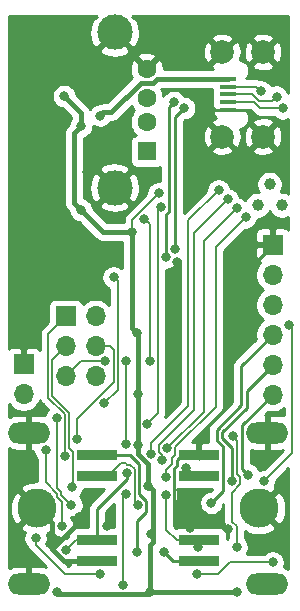
<source format=gbr>
%TF.GenerationSoftware,KiCad,Pcbnew,(5.1.9-16-g1737927814)-1*%
%TF.CreationDate,2021-10-10T21:13:45-05:00*%
%TF.ProjectId,adbuino,61646275-696e-46f2-9e6b-696361645f70,rev?*%
%TF.SameCoordinates,Original*%
%TF.FileFunction,Copper,L2,Bot*%
%TF.FilePolarity,Positive*%
%FSLAX46Y46*%
G04 Gerber Fmt 4.6, Leading zero omitted, Abs format (unit mm)*
G04 Created by KiCad (PCBNEW (5.1.9-16-g1737927814)-1) date 2021-10-10 21:13:45*
%MOMM*%
%LPD*%
G01*
G04 APERTURE LIST*
%TA.AperFunction,ComponentPad*%
%ADD10O,1.700000X1.700000*%
%TD*%
%TA.AperFunction,ComponentPad*%
%ADD11R,1.700000X1.700000*%
%TD*%
%TA.AperFunction,ComponentPad*%
%ADD12C,2.000000*%
%TD*%
%TA.AperFunction,SMDPad,CuDef*%
%ADD13R,1.400000X0.400000*%
%TD*%
%TA.AperFunction,ComponentPad*%
%ADD14C,1.000000*%
%TD*%
%TA.AperFunction,SMDPad,CuDef*%
%ADD15R,3.500000X0.900000*%
%TD*%
%TA.AperFunction,ComponentPad*%
%ADD16O,3.600000X1.800000*%
%TD*%
%TA.AperFunction,ComponentPad*%
%ADD17C,3.316000*%
%TD*%
%TA.AperFunction,ComponentPad*%
%ADD18C,1.600000*%
%TD*%
%TA.AperFunction,ComponentPad*%
%ADD19R,1.500000X1.600000*%
%TD*%
%TA.AperFunction,ComponentPad*%
%ADD20C,3.000000*%
%TD*%
%TA.AperFunction,ViaPad*%
%ADD21C,0.800000*%
%TD*%
%TA.AperFunction,Conductor*%
%ADD22C,0.250000*%
%TD*%
%TA.AperFunction,Conductor*%
%ADD23C,0.150000*%
%TD*%
%TA.AperFunction,Conductor*%
%ADD24C,0.400000*%
%TD*%
%TA.AperFunction,Conductor*%
%ADD25C,0.254000*%
%TD*%
%TA.AperFunction,Conductor*%
%ADD26C,0.100000*%
%TD*%
G04 APERTURE END LIST*
D10*
%TO.P,J7,2*%
%TO.N,OPTION_SELECT*%
X26924000Y-57658000D03*
D11*
%TO.P,J7,1*%
%TO.N,GND*%
X26924000Y-55118000D03*
%TD*%
D12*
%TO.P,J2,MH4*%
%TO.N,GND*%
X43743000Y-28683000D03*
%TO.P,J2,MH3*%
X43743000Y-35833000D03*
%TO.P,J2,MH2*%
X47193000Y-35833000D03*
%TO.P,J2,MH1*%
X47193000Y-28683000D03*
D13*
%TO.P,J2,5*%
X44243000Y-33558000D03*
%TO.P,J2,4*%
%TO.N,Net-(J2-Pad4)*%
X44243000Y-32908000D03*
%TO.P,J2,3*%
%TO.N,Net-(J2-Pad3)*%
X44243000Y-32258000D03*
%TO.P,J2,2*%
%TO.N,Net-(J2-Pad2)*%
X44243000Y-31608000D03*
%TO.P,J2,1*%
%TO.N,VBUS*%
X44243000Y-30958000D03*
%TD*%
D14*
%TO.P,TP3,1*%
%TO.N,Net-(J2-Pad4)*%
X46736000Y-41656000D03*
%TD*%
%TO.P,TP2,1*%
%TO.N,Net-(J2-Pad3)*%
X48768000Y-41656000D03*
%TD*%
%TO.P,TP1,1*%
%TO.N,Net-(J2-Pad2)*%
X47752000Y-39878000D03*
%TD*%
D10*
%TO.P,J6,6*%
%TO.N,GND*%
X33020000Y-56134000D03*
%TO.P,J6,5*%
%TO.N,/RESET*%
X30480000Y-56134000D03*
%TO.P,J6,4*%
%TO.N,ATMEGA_SPI_MOSI*%
X33020000Y-53594000D03*
%TO.P,J6,3*%
%TO.N,ATMEGA_SPI_SCLK*%
X30480000Y-53594000D03*
%TO.P,J6,2*%
%TO.N,+3V3*%
X33020000Y-51054000D03*
D11*
%TO.P,J6,1*%
%TO.N,ATMEGA_SPI_MISO*%
X30480000Y-51054000D03*
%TD*%
D15*
%TO.P,J5,3*%
%TO.N,ADB_1_5v*%
X33156000Y-62810000D03*
%TO.P,J5,1*%
%TO.N,ADB_1_DATA*%
X33156000Y-64610000D03*
%TO.P,J5,2*%
%TO.N,ADB_1_PWR_ON*%
X33156000Y-70010000D03*
%TO.P,J5,4*%
%TO.N,GND*%
X33156000Y-71810000D03*
D16*
%TO.P,J5,S3*%
X27356000Y-73710000D03*
%TO.P,J5,S2*%
X27356000Y-60910000D03*
D17*
%TO.P,J5,S1*%
X28056000Y-67310000D03*
%TD*%
D15*
%TO.P,J4,3*%
%TO.N,ADB_1_5v*%
X41774000Y-71810000D03*
%TO.P,J4,1*%
%TO.N,ADB_1_DATA*%
X41774000Y-70010000D03*
%TO.P,J4,2*%
%TO.N,ADB_1_PWR_ON*%
X41774000Y-64610000D03*
%TO.P,J4,4*%
%TO.N,GND*%
X41774000Y-62810000D03*
D16*
%TO.P,J4,S3*%
X47574000Y-60910000D03*
%TO.P,J4,S2*%
X47574000Y-73710000D03*
D17*
%TO.P,J4,S1*%
X46874000Y-67310000D03*
%TD*%
D10*
%TO.P,J1,6*%
%TO.N,FTDI_DTR*%
X48000000Y-57700000D03*
%TO.P,J1,5*%
%TO.N,FTDI_TXO*%
X48000000Y-55160000D03*
%TO.P,J1,4*%
%TO.N,FTDI_RXI*%
X48000000Y-52620000D03*
%TO.P,J1,3*%
%TO.N,+3V3*%
X48000000Y-50080000D03*
%TO.P,J1,2*%
%TO.N,N/C*%
X48000000Y-47540000D03*
D11*
%TO.P,J1,1*%
%TO.N,GND*%
X48000000Y-45000000D03*
%TD*%
D18*
%TO.P,J3,4*%
%TO.N,GND*%
X37338000Y-30084000D03*
%TO.P,J3,3*%
%TO.N,Net-(J3-Pad3)*%
X37338000Y-32584000D03*
%TO.P,J3,2*%
%TO.N,Net-(J3-Pad2)*%
X37338000Y-34584000D03*
D19*
%TO.P,J3,1*%
%TO.N,Net-(F1-Pad1)*%
X37338000Y-37084000D03*
D20*
%TO.P,J3,5*%
%TO.N,GND*%
X34628000Y-27014000D03*
X34628000Y-40154000D03*
%TD*%
D21*
%TO.N,ADB_1_5v*%
X38846202Y-71045274D03*
X36522643Y-71033010D03*
%TO.N,ADB_1_DATA*%
X41656000Y-70612000D03*
X36576000Y-67056000D03*
X38973989Y-66175560D03*
%TO.N,ADB_1_PWR_ON*%
X40640000Y-63860002D03*
X35650371Y-64284307D03*
X30525904Y-70845670D03*
%TO.N,GND*%
X39624000Y-48006000D03*
X39878000Y-46482000D03*
X32258000Y-38862000D03*
X45837203Y-52399406D03*
X28448000Y-44958000D03*
X39878000Y-51562000D03*
X39370000Y-56388000D03*
X41025313Y-68959998D03*
X44196000Y-69088000D03*
X29718000Y-48006000D03*
X31242000Y-43942000D03*
X28702000Y-40132000D03*
X27432000Y-53086000D03*
%TO.N,+3V3*%
X30347920Y-32420560D03*
X31790640Y-34925000D03*
X36576000Y-61976000D03*
X31787188Y-42073980D03*
X36097419Y-43910029D03*
X38354000Y-40640000D03*
X36561474Y-52471001D03*
X44958000Y-74375000D03*
X37592000Y-74375000D03*
X29718000Y-74375000D03*
X37450393Y-65387828D03*
X37723015Y-69526941D03*
%TO.N,VBUS*%
X33401000Y-34066480D03*
%TO.N,Host_USB_D-*%
X39756080Y-45349160D03*
X40519218Y-33425727D03*
%TO.N,Host_USB_D+*%
X39654480Y-32923480D03*
X38969571Y-46063932D03*
%TO.N,FTDI_DTR*%
X45899763Y-64466459D03*
%TO.N,MAX3421_INT*%
X35579305Y-61894624D03*
X37592000Y-54864000D03*
X37149609Y-42799000D03*
X35569021Y-54864025D03*
%TO.N,MAX3421_GPX*%
X38519658Y-41821195D03*
X37376010Y-60187503D03*
%TO.N,ADB_DATA_LV*%
X44615233Y-61204501D03*
X44958000Y-70612000D03*
%TO.N,ADB_PWR_ON_LV*%
X35555525Y-66084330D03*
X35327096Y-73774980D03*
%TO.N,FTDI_TXO*%
X44574011Y-64969804D03*
%TO.N,FTDI_RXI*%
X42819184Y-66851295D03*
%TO.N,/RESET*%
X49375000Y-51816000D03*
X47244000Y-65024000D03*
X33782000Y-54864000D03*
%TO.N,GND*%
X34000709Y-68824979D03*
X31645182Y-68073858D03*
%TO.N,+3V3*%
X36576000Y-57658000D03*
%TO.N,DEBUG_LED*%
X29718000Y-59690000D03*
X30970172Y-67047492D03*
%TO.N,ATMEGA_SS*%
X44958000Y-41910000D03*
X39073998Y-62235017D03*
%TO.N,ATMEGA_SPI_MOSI*%
X37743876Y-62721639D03*
X43434000Y-40386000D03*
X31418031Y-61423083D03*
%TO.N,ATMEGA_SPI_MISO*%
X38608000Y-63246000D03*
X44196000Y-41148000D03*
X30455997Y-62905275D03*
%TO.N,ATMEGA_SPI_SCLK*%
X38973989Y-64695786D03*
X45720000Y-42672000D03*
X30988000Y-65532000D03*
%TO.N,MAX3421_RESET*%
X34544000Y-47752000D03*
X33770361Y-58431639D03*
%TO.N,Net-(J2-Pad4)*%
X48879960Y-33447350D03*
%TO.N,Net-(J2-Pad3)*%
X48347878Y-32448875D03*
%TO.N,Net-(J2-Pad2)*%
X46990000Y-32004000D03*
%TO.N,Net-(JP1-Pad2)*%
X41575998Y-72898000D03*
X48006000Y-71882000D03*
%TO.N,Net-(JP4-Pad2)*%
X33354002Y-72898000D03*
X27940000Y-69850000D03*
%TO.N,OPTION_SELECT*%
X28788990Y-62399238D03*
X30167882Y-68788155D03*
%TD*%
D22*
%TO.N,ADB_1_5v*%
X41774000Y-71810000D02*
X39610928Y-71810000D01*
X39610928Y-71810000D02*
X38846202Y-71045274D01*
X35957591Y-62810000D02*
X36725383Y-63577792D01*
X37301002Y-67600998D02*
X36522643Y-68379357D01*
X33156000Y-62810000D02*
X35957591Y-62810000D01*
X36522643Y-68379357D02*
X36522643Y-71033010D01*
X37301002Y-66707998D02*
X37301002Y-67600998D01*
X36725383Y-63577792D02*
X36725383Y-66132379D01*
X36725383Y-66132379D02*
X37301002Y-66707998D01*
%TO.N,ADB_1_DATA*%
X41818560Y-69965440D02*
X41774000Y-70010000D01*
D23*
X34051002Y-64610000D02*
X35161002Y-63500000D01*
X33156000Y-64610000D02*
X34051002Y-64610000D01*
X35560000Y-63500000D02*
X35669306Y-63609306D01*
X35161002Y-63500000D02*
X35560000Y-63500000D01*
X35974372Y-63609306D02*
X36325372Y-63960306D01*
X35669306Y-63609306D02*
X35974372Y-63609306D01*
X36325372Y-63960306D02*
X36325372Y-66798628D01*
X36576000Y-67049256D02*
X36576000Y-67056000D01*
X36325372Y-66798628D02*
X36576000Y-67049256D01*
X41774000Y-70010000D02*
X39874000Y-70010000D01*
X39874000Y-70010000D02*
X38973989Y-69109989D01*
X38973989Y-69109989D02*
X38973989Y-66175560D01*
X41656000Y-70128000D02*
X41774000Y-70010000D01*
X41656000Y-70612000D02*
X41656000Y-70128000D01*
D22*
%TO.N,ADB_1_PWR_ON*%
X41774000Y-64610000D02*
X41712130Y-64671870D01*
X41389998Y-64610000D02*
X40640000Y-63860002D01*
X41774000Y-64610000D02*
X41389998Y-64610000D01*
X33156000Y-70010000D02*
X32376075Y-70010000D01*
X35650371Y-64841412D02*
X35650371Y-64284307D01*
X33156000Y-67335783D02*
X35650371Y-64841412D01*
X33156000Y-70010000D02*
X33156000Y-67335783D01*
X33156000Y-70010000D02*
X33156000Y-67855612D01*
D23*
X31361574Y-70010000D02*
X30525904Y-70845670D01*
X33156000Y-70010000D02*
X31361574Y-70010000D01*
D22*
%TO.N,GND*%
X41774000Y-62810000D02*
X41774000Y-61096000D01*
X41774000Y-61096000D02*
X44196000Y-58674000D01*
X44196000Y-48804000D02*
X48000000Y-45000000D01*
X44196000Y-58674000D02*
X44196000Y-48804000D01*
X39878000Y-47752000D02*
X39624000Y-48006000D01*
X39878000Y-46482000D02*
X39878000Y-47752000D01*
X33336000Y-38862000D02*
X34628000Y-40154000D01*
X32258000Y-38862000D02*
X33336000Y-38862000D01*
X44243000Y-33558000D02*
X42642000Y-33558000D01*
X42642000Y-33558000D02*
X42672000Y-33588000D01*
X42672000Y-34762000D02*
X43743000Y-35833000D01*
X42672000Y-33588000D02*
X42672000Y-34762000D01*
X44243000Y-33558000D02*
X45750000Y-33558000D01*
X45750000Y-33558000D02*
X46228000Y-34036000D01*
X46228000Y-34868000D02*
X47193000Y-35833000D01*
X46228000Y-34036000D02*
X46228000Y-34868000D01*
X41774000Y-62810000D02*
X41774000Y-63128000D01*
D23*
X33156000Y-71810000D02*
X34282363Y-71810000D01*
X33156000Y-71810000D02*
X31856000Y-71810000D01*
D24*
X33156000Y-71810000D02*
X32035998Y-71810000D01*
X28056000Y-67310000D02*
X28056000Y-68304026D01*
D22*
X40314000Y-62810000D02*
X41774000Y-62810000D01*
X39878000Y-63720998D02*
X39878000Y-63246000D01*
X39698999Y-63899999D02*
X39878000Y-63720998D01*
X39698999Y-67633684D02*
X39698999Y-63899999D01*
X41025313Y-68959998D02*
X39698999Y-67633684D01*
X39878000Y-63246000D02*
X40314000Y-62810000D01*
D23*
X44196000Y-69088000D02*
X43434000Y-68326000D01*
X41659311Y-68326000D02*
X41025313Y-68959998D01*
X43434000Y-68326000D02*
X41659311Y-68326000D01*
D24*
%TO.N,+3V3*%
X31790640Y-33863280D02*
X30347920Y-32420560D01*
X31790640Y-34925000D02*
X31790640Y-33863280D01*
X31790640Y-34925000D02*
X31203999Y-35511641D01*
X31203999Y-35511641D02*
X31203999Y-41490791D01*
X31203999Y-41490791D02*
X31787188Y-42073980D01*
X33623237Y-43910029D02*
X36097419Y-43910029D01*
X31787188Y-42073980D02*
X33623237Y-43910029D01*
D23*
X36097419Y-43910029D02*
X36097419Y-42896581D01*
X36097419Y-42896581D02*
X38354000Y-40640000D01*
D24*
X36097419Y-43910029D02*
X36097419Y-52006946D01*
X36576000Y-52485527D02*
X36561474Y-52471001D01*
X36097419Y-52006946D02*
X36561474Y-52471001D01*
X44958000Y-74375000D02*
X37592000Y-74375000D01*
X37450393Y-63560326D02*
X37450393Y-65387828D01*
X36576000Y-62685933D02*
X37450393Y-63560326D01*
X36576000Y-61976000D02*
X36576000Y-62685933D01*
X37592000Y-74375000D02*
X37592000Y-70443996D01*
X37850392Y-65787827D02*
X37450393Y-65387828D01*
X37592000Y-70443996D02*
X37850392Y-70185604D01*
X37850392Y-70185604D02*
X37850392Y-65787827D01*
X29917990Y-74574990D02*
X37392010Y-74574990D01*
X29718000Y-74375000D02*
X29917990Y-74574990D01*
X37392010Y-74574990D02*
X37592000Y-74375000D01*
%TO.N,VBUS*%
X38240002Y-30958000D02*
X37910282Y-31287720D01*
X36858278Y-31287720D02*
X34358918Y-33787080D01*
X37910282Y-31287720D02*
X36858278Y-31287720D01*
X33680400Y-33787080D02*
X33401000Y-34066480D01*
X34358918Y-33787080D02*
X33680400Y-33787080D01*
X44243000Y-30958000D02*
X38240002Y-30958000D01*
D22*
%TO.N,Host_USB_D-*%
X39751367Y-34193578D02*
X40519218Y-33425727D01*
X39756080Y-45349160D02*
X39751367Y-45344447D01*
X39751367Y-45344447D02*
X39751367Y-34193578D01*
%TO.N,Host_USB_D+*%
X39244660Y-33333300D02*
X39244660Y-42169197D01*
X38969571Y-42444286D02*
X38969571Y-46063932D01*
X39244660Y-42169197D02*
X38969571Y-42444286D01*
X39654480Y-32923480D02*
X39244660Y-33333300D01*
%TO.N,FTDI_DTR*%
X45448990Y-64015686D02*
X45899763Y-64466459D01*
X48000000Y-57700000D02*
X45448990Y-60251010D01*
X45448990Y-60251010D02*
X45448990Y-64015686D01*
D23*
%TO.N,MAX3421_INT*%
X37592000Y-54864000D02*
X37592000Y-43241391D01*
X37592000Y-43241391D02*
X37149609Y-42799000D01*
X35579305Y-61894624D02*
X35579305Y-54874309D01*
X35579305Y-54874309D02*
X35569021Y-54864025D01*
%TO.N,MAX3421_GPX*%
X38119659Y-59415472D02*
X38120528Y-59415472D01*
X38267001Y-42073852D02*
X38267001Y-59268130D01*
X38519658Y-41821195D02*
X38267001Y-42073852D01*
X38267001Y-59268130D02*
X38119659Y-59415472D01*
X37376010Y-60159121D02*
X37376010Y-60187503D01*
X38119659Y-59415472D02*
X37376010Y-60159121D01*
%TO.N,ADB_DATA_LV*%
X45249013Y-64645802D02*
X45015232Y-64412021D01*
X44958000Y-70612000D02*
X44958000Y-68850998D01*
X44958000Y-68850998D02*
X44558001Y-68450999D01*
X45249013Y-65293806D02*
X45249013Y-64645802D01*
X44558001Y-65984818D02*
X45249013Y-65293806D01*
X45015232Y-64412021D02*
X45015232Y-61604500D01*
X44558001Y-68450999D02*
X44558001Y-65984818D01*
X45015232Y-61604500D02*
X44615233Y-61204501D01*
%TO.N,ADB_PWR_ON_LV*%
X35327096Y-70887412D02*
X35327096Y-70633096D01*
X35327096Y-66312759D02*
X35555525Y-66084330D01*
X35327096Y-70633096D02*
X35327096Y-66312759D01*
X35327096Y-70633096D02*
X35327096Y-73774980D01*
D22*
%TO.N,FTDI_TXO*%
X43724998Y-61339585D02*
X44574011Y-62188598D01*
X43724998Y-60865998D02*
X43724998Y-61339585D01*
X44574011Y-62188598D02*
X44574011Y-64969804D01*
X48000000Y-55160000D02*
X45808022Y-57351978D01*
X45808022Y-58782974D02*
X43724998Y-60865998D01*
X45808022Y-57351978D02*
X45808022Y-58782974D01*
%TO.N,FTDI_RXI*%
X48000000Y-52620000D02*
X45358011Y-55261989D01*
X45358011Y-55261989D02*
X45358011Y-58596574D01*
X45358011Y-58596574D02*
X43274987Y-60679598D01*
X43274987Y-60679598D02*
X43274987Y-61525985D01*
X43849001Y-62099999D02*
X43849001Y-65821478D01*
X43849001Y-65821478D02*
X42819184Y-66851295D01*
X43274987Y-61525985D02*
X43849001Y-62099999D01*
D23*
%TO.N,/RESET*%
X49649010Y-52090010D02*
X49649010Y-62618990D01*
X49375000Y-51816000D02*
X49649010Y-52090010D01*
X49649010Y-62618990D02*
X47244000Y-65024000D01*
X31750000Y-54864000D02*
X33782000Y-54864000D01*
X30480000Y-56134000D02*
X31750000Y-54864000D01*
%TO.N,OPTION_SELECT*%
X27178000Y-58170285D02*
X27178000Y-58166000D01*
D24*
%TO.N,GND*%
X29310999Y-70776423D02*
X29310999Y-68564999D01*
X33156000Y-71810000D02*
X30344576Y-71810000D01*
X30344576Y-71810000D02*
X29310999Y-70776423D01*
X29310999Y-68564999D02*
X28056000Y-67310000D01*
X31645182Y-68442240D02*
X29310999Y-70776423D01*
X31645182Y-68073858D02*
X31645182Y-68442240D01*
%TO.N,+3V3*%
X36576000Y-57658000D02*
X36576000Y-52485527D01*
X36576000Y-61976000D02*
X36576000Y-57658000D01*
D23*
%TO.N,DEBUG_LED*%
X30966482Y-67047492D02*
X30970172Y-67047492D01*
X30116980Y-66197990D02*
X30966482Y-67047492D01*
X30116980Y-66197990D02*
X30116980Y-65930980D01*
X29780987Y-59752987D02*
X29718000Y-59690000D01*
X29780987Y-65594987D02*
X29780987Y-59752987D01*
X30116980Y-65930980D02*
X29780987Y-65594987D01*
%TO.N,ATMEGA_SS*%
X42164000Y-59145015D02*
X39073998Y-62235017D01*
X44958000Y-41910000D02*
X42164000Y-44704000D01*
X42164000Y-44704000D02*
X42164000Y-59145015D01*
%TO.N,ATMEGA_SPI_MOSI*%
X37743876Y-61747192D02*
X37743876Y-62721639D01*
X40876368Y-58614700D02*
X37743876Y-61747192D01*
X40876368Y-42943632D02*
X40876368Y-58614700D01*
X43434000Y-40386000D02*
X40876368Y-42943632D01*
X34544000Y-56642000D02*
X31418031Y-59767969D01*
X34222081Y-53594000D02*
X34544000Y-53915919D01*
X33020000Y-53594000D02*
X34222081Y-53594000D01*
X34544000Y-53915919D02*
X34544000Y-56642000D01*
X31418031Y-59767969D02*
X31418031Y-61423083D01*
%TO.N,ATMEGA_SPI_MISO*%
X38413677Y-63051676D02*
X38419986Y-63045367D01*
X38608000Y-63246000D02*
X38413677Y-63051676D01*
X38398987Y-62556589D02*
X38398987Y-61931013D01*
X38608000Y-62765602D02*
X38398987Y-62556589D01*
X38608000Y-63246000D02*
X38608000Y-62765602D01*
X38398987Y-61931013D02*
X41315001Y-59014999D01*
X41315001Y-44028999D02*
X41315001Y-59014999D01*
X44196000Y-41148000D02*
X41315001Y-44028999D01*
X30480000Y-51054000D02*
X29004989Y-52529011D01*
X30393010Y-62842288D02*
X30455997Y-62905275D01*
X29004989Y-52529011D02*
X29004989Y-57977987D01*
X30393010Y-59366008D02*
X30393010Y-62842288D01*
X29004989Y-57977987D02*
X30393010Y-59366008D01*
%TO.N,ATMEGA_SPI_SCLK*%
X39477989Y-63080311D02*
X39477989Y-63555309D01*
X39477989Y-63555309D02*
X38973989Y-64059309D01*
X43180000Y-58708998D02*
X39748999Y-62139999D01*
X39748999Y-62809301D02*
X39477989Y-63080311D01*
X38973989Y-64059309D02*
X38973989Y-64695786D01*
X39748999Y-62139999D02*
X39748999Y-62809301D01*
X43180000Y-45212000D02*
X43180000Y-58708998D01*
X45720000Y-42672000D02*
X43180000Y-45212000D01*
X31130999Y-62581273D02*
X31130999Y-65124699D01*
X30743021Y-59221029D02*
X30743021Y-62193295D01*
X29355000Y-57833008D02*
X30743021Y-59221029D01*
X30743021Y-62193295D02*
X31130999Y-62581273D01*
X29355000Y-54719000D02*
X29355000Y-57833008D01*
X30480000Y-53594000D02*
X29355000Y-54719000D01*
X31130999Y-65389001D02*
X30988000Y-65532000D01*
X31130999Y-65124699D02*
X31130999Y-65389001D01*
%TO.N,MAX3421_RESET*%
X34894011Y-57307989D02*
X33770361Y-58431639D01*
X34544000Y-47752000D02*
X34894011Y-48102011D01*
X34894011Y-48102011D02*
X34894011Y-57307989D01*
%TO.N,Net-(J2-Pad4)*%
X46939356Y-33447350D02*
X48879960Y-33447350D01*
X46400006Y-32908000D02*
X46939356Y-33447350D01*
X44243000Y-32908000D02*
X46400006Y-32908000D01*
%TO.N,Net-(J2-Pad3)*%
X44243000Y-32258000D02*
X46244996Y-32258000D01*
X46835870Y-32848874D02*
X47947879Y-32848874D01*
X47947879Y-32848874D02*
X48347878Y-32448875D01*
X46244996Y-32258000D02*
X46835870Y-32848874D01*
%TO.N,Net-(J2-Pad2)*%
X46594000Y-31608000D02*
X46990000Y-32004000D01*
X44243000Y-31608000D02*
X46594000Y-31608000D01*
%TO.N,Net-(JP1-Pad2)*%
X44397002Y-71882000D02*
X48006000Y-71882000D01*
X43381002Y-72898000D02*
X44397002Y-71882000D01*
X41575998Y-72898000D02*
X43381002Y-72898000D01*
%TO.N,Net-(JP4-Pad2)*%
X27940000Y-70415685D02*
X27940000Y-69850000D01*
X30422315Y-72898000D02*
X27940000Y-70415685D01*
X33354002Y-72898000D02*
X30422315Y-72898000D01*
%TO.N,OPTION_SELECT*%
X29766972Y-66342970D02*
X30167882Y-66743880D01*
X28788990Y-62399238D02*
X28788990Y-65110990D01*
X30167882Y-66743880D02*
X30167882Y-68788155D01*
X29766972Y-66088972D02*
X29766972Y-66342970D01*
X28788990Y-65110990D02*
X29766972Y-66088972D01*
%TD*%
D25*
%TO.N,GND*%
X28345861Y-58251006D02*
X28387924Y-58329700D01*
X28411790Y-58374350D01*
X28500515Y-58482462D01*
X28527606Y-58504695D01*
X28983600Y-58960689D01*
X28914063Y-59030226D01*
X28800795Y-59199744D01*
X28722774Y-59388102D01*
X28712061Y-59441959D01*
X28680023Y-59429271D01*
X28383000Y-59375000D01*
X27483000Y-59375000D01*
X27483000Y-60783000D01*
X27503000Y-60783000D01*
X27503000Y-61037000D01*
X27483000Y-61037000D01*
X27483000Y-62445000D01*
X27753990Y-62445000D01*
X27753990Y-62501177D01*
X27793764Y-62701136D01*
X27871785Y-62889494D01*
X27985053Y-63059012D01*
X28078990Y-63152949D01*
X28078991Y-65011110D01*
X28019419Y-65006196D01*
X27570672Y-65057600D01*
X27140576Y-65195562D01*
X26806491Y-65374133D01*
X26631475Y-65705870D01*
X28056000Y-67130395D01*
X28070143Y-67116253D01*
X28249748Y-67295858D01*
X28235605Y-67310000D01*
X28249748Y-67324143D01*
X28070143Y-67503748D01*
X28056000Y-67489605D01*
X26631475Y-68914130D01*
X26806491Y-69245867D01*
X27024107Y-69357780D01*
X27022795Y-69359744D01*
X26944774Y-69548102D01*
X26905000Y-69748061D01*
X26905000Y-69951939D01*
X26944774Y-70151898D01*
X27022795Y-70340256D01*
X27136063Y-70509774D01*
X27266014Y-70639725D01*
X27280872Y-70688704D01*
X27346800Y-70812047D01*
X27435525Y-70920159D01*
X27462617Y-70942393D01*
X28795047Y-72274823D01*
X28680023Y-72229271D01*
X28383000Y-72175000D01*
X27483000Y-72175000D01*
X27483000Y-73583000D01*
X27503000Y-73583000D01*
X27503000Y-73837000D01*
X27483000Y-73837000D01*
X27483000Y-73857000D01*
X27229000Y-73857000D01*
X27229000Y-73837000D01*
X27209000Y-73837000D01*
X27209000Y-73583000D01*
X27229000Y-73583000D01*
X27229000Y-72175000D01*
X26329000Y-72175000D01*
X26031977Y-72229271D01*
X25751249Y-72340446D01*
X25660000Y-72399375D01*
X25660000Y-67346581D01*
X25752196Y-67346581D01*
X25803600Y-67795328D01*
X25941562Y-68225424D01*
X26120133Y-68559509D01*
X26451870Y-68734525D01*
X27876395Y-67310000D01*
X26451870Y-65885475D01*
X26120133Y-66060491D01*
X25913563Y-66462168D01*
X25789326Y-66896428D01*
X25752196Y-67346581D01*
X25660000Y-67346581D01*
X25660000Y-62220625D01*
X25751249Y-62279554D01*
X26031977Y-62390729D01*
X26329000Y-62445000D01*
X27229000Y-62445000D01*
X27229000Y-61037000D01*
X27209000Y-61037000D01*
X27209000Y-60783000D01*
X27229000Y-60783000D01*
X27229000Y-59375000D01*
X26329000Y-59375000D01*
X26031977Y-59429271D01*
X25751249Y-59540446D01*
X25660000Y-59599375D01*
X25660000Y-58439220D01*
X25770525Y-58604632D01*
X25977368Y-58811475D01*
X26220589Y-58973990D01*
X26490842Y-59085932D01*
X26777740Y-59143000D01*
X27070260Y-59143000D01*
X27357158Y-59085932D01*
X27627411Y-58973990D01*
X27870632Y-58811475D01*
X28077475Y-58604632D01*
X28239990Y-58361411D01*
X28320437Y-58167194D01*
X28345861Y-58251006D01*
%TA.AperFunction,Conductor*%
D26*
G36*
X28345861Y-58251006D02*
G01*
X28387924Y-58329700D01*
X28411790Y-58374350D01*
X28500515Y-58482462D01*
X28527606Y-58504695D01*
X28983600Y-58960689D01*
X28914063Y-59030226D01*
X28800795Y-59199744D01*
X28722774Y-59388102D01*
X28712061Y-59441959D01*
X28680023Y-59429271D01*
X28383000Y-59375000D01*
X27483000Y-59375000D01*
X27483000Y-60783000D01*
X27503000Y-60783000D01*
X27503000Y-61037000D01*
X27483000Y-61037000D01*
X27483000Y-62445000D01*
X27753990Y-62445000D01*
X27753990Y-62501177D01*
X27793764Y-62701136D01*
X27871785Y-62889494D01*
X27985053Y-63059012D01*
X28078990Y-63152949D01*
X28078991Y-65011110D01*
X28019419Y-65006196D01*
X27570672Y-65057600D01*
X27140576Y-65195562D01*
X26806491Y-65374133D01*
X26631475Y-65705870D01*
X28056000Y-67130395D01*
X28070143Y-67116253D01*
X28249748Y-67295858D01*
X28235605Y-67310000D01*
X28249748Y-67324143D01*
X28070143Y-67503748D01*
X28056000Y-67489605D01*
X26631475Y-68914130D01*
X26806491Y-69245867D01*
X27024107Y-69357780D01*
X27022795Y-69359744D01*
X26944774Y-69548102D01*
X26905000Y-69748061D01*
X26905000Y-69951939D01*
X26944774Y-70151898D01*
X27022795Y-70340256D01*
X27136063Y-70509774D01*
X27266014Y-70639725D01*
X27280872Y-70688704D01*
X27346800Y-70812047D01*
X27435525Y-70920159D01*
X27462617Y-70942393D01*
X28795047Y-72274823D01*
X28680023Y-72229271D01*
X28383000Y-72175000D01*
X27483000Y-72175000D01*
X27483000Y-73583000D01*
X27503000Y-73583000D01*
X27503000Y-73837000D01*
X27483000Y-73837000D01*
X27483000Y-73857000D01*
X27229000Y-73857000D01*
X27229000Y-73837000D01*
X27209000Y-73837000D01*
X27209000Y-73583000D01*
X27229000Y-73583000D01*
X27229000Y-72175000D01*
X26329000Y-72175000D01*
X26031977Y-72229271D01*
X25751249Y-72340446D01*
X25660000Y-72399375D01*
X25660000Y-67346581D01*
X25752196Y-67346581D01*
X25803600Y-67795328D01*
X25941562Y-68225424D01*
X26120133Y-68559509D01*
X26451870Y-68734525D01*
X27876395Y-67310000D01*
X26451870Y-65885475D01*
X26120133Y-66060491D01*
X25913563Y-66462168D01*
X25789326Y-66896428D01*
X25752196Y-67346581D01*
X25660000Y-67346581D01*
X25660000Y-62220625D01*
X25751249Y-62279554D01*
X26031977Y-62390729D01*
X26329000Y-62445000D01*
X27229000Y-62445000D01*
X27229000Y-61037000D01*
X27209000Y-61037000D01*
X27209000Y-60783000D01*
X27229000Y-60783000D01*
X27229000Y-59375000D01*
X26329000Y-59375000D01*
X26031977Y-59429271D01*
X25751249Y-59540446D01*
X25660000Y-59599375D01*
X25660000Y-58439220D01*
X25770525Y-58604632D01*
X25977368Y-58811475D01*
X26220589Y-58973990D01*
X26490842Y-59085932D01*
X26777740Y-59143000D01*
X27070260Y-59143000D01*
X27357158Y-59085932D01*
X27627411Y-58973990D01*
X27870632Y-58811475D01*
X28077475Y-58604632D01*
X28239990Y-58361411D01*
X28320437Y-58167194D01*
X28345861Y-58251006D01*
G37*
%TD.AperFunction*%
D25*
X47701000Y-73583000D02*
X47721000Y-73583000D01*
X47721000Y-73837000D01*
X47701000Y-73837000D01*
X47701000Y-73857000D01*
X47447000Y-73857000D01*
X47447000Y-73837000D01*
X47427000Y-73837000D01*
X47427000Y-73583000D01*
X47447000Y-73583000D01*
X47447000Y-73563000D01*
X47701000Y-73563000D01*
X47701000Y-73583000D01*
%TA.AperFunction,Conductor*%
D26*
G36*
X47701000Y-73583000D02*
G01*
X47721000Y-73583000D01*
X47721000Y-73837000D01*
X47701000Y-73837000D01*
X47701000Y-73857000D01*
X47447000Y-73857000D01*
X47447000Y-73837000D01*
X47427000Y-73837000D01*
X47427000Y-73583000D01*
X47447000Y-73583000D01*
X47447000Y-73563000D01*
X47701000Y-73563000D01*
X47701000Y-73583000D01*
G37*
%TD.AperFunction*%
D25*
X49340001Y-72444583D02*
X49178751Y-72340446D01*
X48970537Y-72257988D01*
X49001226Y-72183898D01*
X49041000Y-71983939D01*
X49041000Y-71780061D01*
X49001226Y-71580102D01*
X48923205Y-71391744D01*
X48809937Y-71222226D01*
X48665774Y-71078063D01*
X48496256Y-70964795D01*
X48307898Y-70886774D01*
X48107939Y-70847000D01*
X47904061Y-70847000D01*
X47704102Y-70886774D01*
X47515744Y-70964795D01*
X47346226Y-71078063D01*
X47252289Y-71172000D01*
X45828604Y-71172000D01*
X45875205Y-71102256D01*
X45953226Y-70913898D01*
X45993000Y-70713939D01*
X45993000Y-70510061D01*
X45953226Y-70310102D01*
X45875205Y-70121744D01*
X45761937Y-69952226D01*
X45668000Y-69858289D01*
X45668000Y-69268242D01*
X46026168Y-69452437D01*
X46460428Y-69576674D01*
X46910581Y-69613804D01*
X47359328Y-69562400D01*
X47789424Y-69424438D01*
X48123509Y-69245867D01*
X48298525Y-68914130D01*
X46874000Y-67489605D01*
X46859858Y-67503748D01*
X46680253Y-67324143D01*
X46694395Y-67310000D01*
X47053605Y-67310000D01*
X48478130Y-68734525D01*
X48809867Y-68559509D01*
X49016437Y-68157832D01*
X49140674Y-67723572D01*
X49177804Y-67273419D01*
X49126400Y-66824672D01*
X48988438Y-66394576D01*
X48809867Y-66060491D01*
X48478130Y-65885475D01*
X47053605Y-67310000D01*
X46694395Y-67310000D01*
X46680253Y-67295858D01*
X46859858Y-67116253D01*
X46874000Y-67130395D01*
X48298525Y-65705870D01*
X48177139Y-65475787D01*
X48239226Y-65325898D01*
X48279000Y-65125939D01*
X48279000Y-64993091D01*
X49340001Y-63932090D01*
X49340001Y-72444583D01*
%TA.AperFunction,Conductor*%
D26*
G36*
X49340001Y-72444583D02*
G01*
X49178751Y-72340446D01*
X48970537Y-72257988D01*
X49001226Y-72183898D01*
X49041000Y-71983939D01*
X49041000Y-71780061D01*
X49001226Y-71580102D01*
X48923205Y-71391744D01*
X48809937Y-71222226D01*
X48665774Y-71078063D01*
X48496256Y-70964795D01*
X48307898Y-70886774D01*
X48107939Y-70847000D01*
X47904061Y-70847000D01*
X47704102Y-70886774D01*
X47515744Y-70964795D01*
X47346226Y-71078063D01*
X47252289Y-71172000D01*
X45828604Y-71172000D01*
X45875205Y-71102256D01*
X45953226Y-70913898D01*
X45993000Y-70713939D01*
X45993000Y-70510061D01*
X45953226Y-70310102D01*
X45875205Y-70121744D01*
X45761937Y-69952226D01*
X45668000Y-69858289D01*
X45668000Y-69268242D01*
X46026168Y-69452437D01*
X46460428Y-69576674D01*
X46910581Y-69613804D01*
X47359328Y-69562400D01*
X47789424Y-69424438D01*
X48123509Y-69245867D01*
X48298525Y-68914130D01*
X46874000Y-67489605D01*
X46859858Y-67503748D01*
X46680253Y-67324143D01*
X46694395Y-67310000D01*
X47053605Y-67310000D01*
X48478130Y-68734525D01*
X48809867Y-68559509D01*
X49016437Y-68157832D01*
X49140674Y-67723572D01*
X49177804Y-67273419D01*
X49126400Y-66824672D01*
X48988438Y-66394576D01*
X48809867Y-66060491D01*
X48478130Y-65885475D01*
X47053605Y-67310000D01*
X46694395Y-67310000D01*
X46680253Y-67295858D01*
X46859858Y-67116253D01*
X46874000Y-67130395D01*
X48298525Y-65705870D01*
X48177139Y-65475787D01*
X48239226Y-65325898D01*
X48279000Y-65125939D01*
X48279000Y-64993091D01*
X49340001Y-63932090D01*
X49340001Y-72444583D01*
G37*
%TD.AperFunction*%
D25*
X30771000Y-71937002D02*
X30929748Y-71937002D01*
X30771000Y-72095750D01*
X30769275Y-72188000D01*
X30716406Y-72188000D01*
X30405379Y-71876973D01*
X30423965Y-71880670D01*
X30627843Y-71880670D01*
X30771000Y-71852195D01*
X30771000Y-71937002D01*
%TA.AperFunction,Conductor*%
D26*
G36*
X30771000Y-71937002D02*
G01*
X30929748Y-71937002D01*
X30771000Y-72095750D01*
X30769275Y-72188000D01*
X30716406Y-72188000D01*
X30405379Y-71876973D01*
X30423965Y-71880670D01*
X30627843Y-71880670D01*
X30771000Y-71852195D01*
X30771000Y-71937002D01*
G37*
%TD.AperFunction*%
D25*
X33283000Y-71683000D02*
X33303000Y-71683000D01*
X33303000Y-71863000D01*
X33252063Y-71863000D01*
X33052104Y-71902774D01*
X33009000Y-71920628D01*
X33009000Y-71683000D01*
X33029000Y-71683000D01*
X33029000Y-71663000D01*
X33283000Y-71663000D01*
X33283000Y-71683000D01*
%TA.AperFunction,Conductor*%
D26*
G36*
X33283000Y-71683000D02*
G01*
X33303000Y-71683000D01*
X33303000Y-71863000D01*
X33252063Y-71863000D01*
X33052104Y-71902774D01*
X33009000Y-71920628D01*
X33009000Y-71683000D01*
X33029000Y-71683000D01*
X33029000Y-71663000D01*
X33283000Y-71663000D01*
X33283000Y-71683000D01*
G37*
%TD.AperFunction*%
D25*
X29250677Y-69278411D02*
X29363945Y-69447929D01*
X29508108Y-69592092D01*
X29677626Y-69705360D01*
X29865984Y-69783381D01*
X30065943Y-69823155D01*
X30269821Y-69823155D01*
X30469780Y-69783381D01*
X30658138Y-69705360D01*
X30670147Y-69697336D01*
X30556813Y-69810670D01*
X30423965Y-69810670D01*
X30224006Y-69850444D01*
X30035648Y-69928465D01*
X29866130Y-70041733D01*
X29721967Y-70185896D01*
X29608699Y-70355414D01*
X29530678Y-70543772D01*
X29490904Y-70743731D01*
X29490904Y-70947609D01*
X29494601Y-70966195D01*
X28860561Y-70332155D01*
X28935226Y-70151898D01*
X28975000Y-69951939D01*
X28975000Y-69748061D01*
X28935226Y-69548102D01*
X28894256Y-69449191D01*
X28971424Y-69424438D01*
X29249580Y-69275762D01*
X29250677Y-69278411D01*
%TA.AperFunction,Conductor*%
D26*
G36*
X29250677Y-69278411D02*
G01*
X29363945Y-69447929D01*
X29508108Y-69592092D01*
X29677626Y-69705360D01*
X29865984Y-69783381D01*
X30065943Y-69823155D01*
X30269821Y-69823155D01*
X30469780Y-69783381D01*
X30658138Y-69705360D01*
X30670147Y-69697336D01*
X30556813Y-69810670D01*
X30423965Y-69810670D01*
X30224006Y-69850444D01*
X30035648Y-69928465D01*
X29866130Y-70041733D01*
X29721967Y-70185896D01*
X29608699Y-70355414D01*
X29530678Y-70543772D01*
X29490904Y-70743731D01*
X29490904Y-70947609D01*
X29494601Y-70966195D01*
X28860561Y-70332155D01*
X28935226Y-70151898D01*
X28975000Y-69951939D01*
X28975000Y-69748061D01*
X28935226Y-69548102D01*
X28894256Y-69449191D01*
X28971424Y-69424438D01*
X29249580Y-69275762D01*
X29250677Y-69278411D01*
G37*
%TD.AperFunction*%
D25*
X39899518Y-65685812D02*
X40024000Y-65698072D01*
X42897605Y-65698072D01*
X42779383Y-65816295D01*
X42717245Y-65816295D01*
X42517286Y-65856069D01*
X42328928Y-65934090D01*
X42159410Y-66047358D01*
X42015247Y-66191521D01*
X41901979Y-66361039D01*
X41823958Y-66549397D01*
X41784184Y-66749356D01*
X41784184Y-66953234D01*
X41823958Y-67153193D01*
X41901979Y-67341551D01*
X42015247Y-67511069D01*
X42159410Y-67655232D01*
X42328928Y-67768500D01*
X42517286Y-67846521D01*
X42717245Y-67886295D01*
X42921123Y-67886295D01*
X43121082Y-67846521D01*
X43309440Y-67768500D01*
X43478958Y-67655232D01*
X43623121Y-67511069D01*
X43736389Y-67341551D01*
X43814410Y-67153193D01*
X43848002Y-66984315D01*
X43848001Y-68416124D01*
X43844566Y-68450999D01*
X43848001Y-68485874D01*
X43848001Y-68485875D01*
X43858274Y-68590182D01*
X43898873Y-68724018D01*
X43964801Y-68847361D01*
X44053526Y-68955473D01*
X44080618Y-68977707D01*
X44248001Y-69145090D01*
X44248000Y-69858289D01*
X44162072Y-69944217D01*
X44162072Y-69560000D01*
X44149812Y-69435518D01*
X44113502Y-69315820D01*
X44054537Y-69205506D01*
X43975185Y-69108815D01*
X43878494Y-69029463D01*
X43768180Y-68970498D01*
X43648482Y-68934188D01*
X43524000Y-68921928D01*
X40024000Y-68921928D01*
X39899518Y-68934188D01*
X39824911Y-68956820D01*
X39683989Y-68815898D01*
X39683989Y-66929271D01*
X39777926Y-66835334D01*
X39891194Y-66665816D01*
X39969215Y-66477458D01*
X40008989Y-66277499D01*
X40008989Y-66073621D01*
X39969215Y-65873662D01*
X39891194Y-65685304D01*
X39889504Y-65682774D01*
X39899518Y-65685812D01*
%TA.AperFunction,Conductor*%
D26*
G36*
X39899518Y-65685812D02*
G01*
X40024000Y-65698072D01*
X42897605Y-65698072D01*
X42779383Y-65816295D01*
X42717245Y-65816295D01*
X42517286Y-65856069D01*
X42328928Y-65934090D01*
X42159410Y-66047358D01*
X42015247Y-66191521D01*
X41901979Y-66361039D01*
X41823958Y-66549397D01*
X41784184Y-66749356D01*
X41784184Y-66953234D01*
X41823958Y-67153193D01*
X41901979Y-67341551D01*
X42015247Y-67511069D01*
X42159410Y-67655232D01*
X42328928Y-67768500D01*
X42517286Y-67846521D01*
X42717245Y-67886295D01*
X42921123Y-67886295D01*
X43121082Y-67846521D01*
X43309440Y-67768500D01*
X43478958Y-67655232D01*
X43623121Y-67511069D01*
X43736389Y-67341551D01*
X43814410Y-67153193D01*
X43848002Y-66984315D01*
X43848001Y-68416124D01*
X43844566Y-68450999D01*
X43848001Y-68485874D01*
X43848001Y-68485875D01*
X43858274Y-68590182D01*
X43898873Y-68724018D01*
X43964801Y-68847361D01*
X44053526Y-68955473D01*
X44080618Y-68977707D01*
X44248001Y-69145090D01*
X44248000Y-69858289D01*
X44162072Y-69944217D01*
X44162072Y-69560000D01*
X44149812Y-69435518D01*
X44113502Y-69315820D01*
X44054537Y-69205506D01*
X43975185Y-69108815D01*
X43878494Y-69029463D01*
X43768180Y-68970498D01*
X43648482Y-68934188D01*
X43524000Y-68921928D01*
X40024000Y-68921928D01*
X39899518Y-68934188D01*
X39824911Y-68956820D01*
X39683989Y-68815898D01*
X39683989Y-66929271D01*
X39777926Y-66835334D01*
X39891194Y-66665816D01*
X39969215Y-66477458D01*
X40008989Y-66277499D01*
X40008989Y-66073621D01*
X39969215Y-65873662D01*
X39891194Y-65685304D01*
X39889504Y-65682774D01*
X39899518Y-65685812D01*
G37*
%TD.AperFunction*%
D25*
X32644998Y-66771984D02*
X32616000Y-66795782D01*
X32592202Y-66824780D01*
X32592201Y-66824781D01*
X32521026Y-66911507D01*
X32450454Y-67043537D01*
X32424107Y-67130395D01*
X32417192Y-67153193D01*
X32406998Y-67186798D01*
X32392324Y-67335783D01*
X32396001Y-67373115D01*
X32396000Y-68921928D01*
X31406000Y-68921928D01*
X31281518Y-68934188D01*
X31188499Y-68962405D01*
X31202882Y-68890094D01*
X31202882Y-68686216D01*
X31163108Y-68486257D01*
X31085087Y-68297899D01*
X30971819Y-68128381D01*
X30925930Y-68082492D01*
X31072111Y-68082492D01*
X31272070Y-68042718D01*
X31460428Y-67964697D01*
X31629946Y-67851429D01*
X31774109Y-67707266D01*
X31887377Y-67537748D01*
X31965398Y-67349390D01*
X32005172Y-67149431D01*
X32005172Y-66945553D01*
X31965398Y-66745594D01*
X31887377Y-66557236D01*
X31774109Y-66387718D01*
X31685051Y-66298660D01*
X31791937Y-66191774D01*
X31905205Y-66022256D01*
X31983226Y-65833898D01*
X32010243Y-65698072D01*
X33718910Y-65698072D01*
X32644998Y-66771984D01*
%TA.AperFunction,Conductor*%
D26*
G36*
X32644998Y-66771984D02*
G01*
X32616000Y-66795782D01*
X32592202Y-66824780D01*
X32592201Y-66824781D01*
X32521026Y-66911507D01*
X32450454Y-67043537D01*
X32424107Y-67130395D01*
X32417192Y-67153193D01*
X32406998Y-67186798D01*
X32392324Y-67335783D01*
X32396001Y-67373115D01*
X32396000Y-68921928D01*
X31406000Y-68921928D01*
X31281518Y-68934188D01*
X31188499Y-68962405D01*
X31202882Y-68890094D01*
X31202882Y-68686216D01*
X31163108Y-68486257D01*
X31085087Y-68297899D01*
X30971819Y-68128381D01*
X30925930Y-68082492D01*
X31072111Y-68082492D01*
X31272070Y-68042718D01*
X31460428Y-67964697D01*
X31629946Y-67851429D01*
X31774109Y-67707266D01*
X31887377Y-67537748D01*
X31965398Y-67349390D01*
X32005172Y-67149431D01*
X32005172Y-66945553D01*
X31965398Y-66745594D01*
X31887377Y-66557236D01*
X31774109Y-66387718D01*
X31685051Y-66298660D01*
X31791937Y-66191774D01*
X31905205Y-66022256D01*
X31983226Y-65833898D01*
X32010243Y-65698072D01*
X33718910Y-65698072D01*
X32644998Y-66771984D01*
G37*
%TD.AperFunction*%
D25*
X34617096Y-68921928D02*
X33916000Y-68921928D01*
X33916000Y-67650584D01*
X34617097Y-66949488D01*
X34617096Y-68921928D01*
%TA.AperFunction,Conductor*%
D26*
G36*
X34617096Y-68921928D02*
G01*
X33916000Y-68921928D01*
X33916000Y-67650584D01*
X34617097Y-66949488D01*
X34617096Y-68921928D01*
G37*
%TD.AperFunction*%
D25*
X48939011Y-59445503D02*
X48898023Y-59429271D01*
X48601000Y-59375000D01*
X47701000Y-59375000D01*
X47701000Y-60783000D01*
X47721000Y-60783000D01*
X47721000Y-61037000D01*
X47701000Y-61037000D01*
X47701000Y-62445000D01*
X48601000Y-62445000D01*
X48867626Y-62396283D01*
X47274909Y-63989000D01*
X47142061Y-63989000D01*
X46942102Y-64028774D01*
X46853880Y-64065317D01*
X46816968Y-63976203D01*
X46703700Y-63806685D01*
X46559537Y-63662522D01*
X46390019Y-63549254D01*
X46208990Y-63474269D01*
X46208990Y-62374497D01*
X46249977Y-62390729D01*
X46547000Y-62445000D01*
X47447000Y-62445000D01*
X47447000Y-61037000D01*
X47427000Y-61037000D01*
X47427000Y-60783000D01*
X47447000Y-60783000D01*
X47447000Y-59375000D01*
X47399802Y-59375000D01*
X47633592Y-59141210D01*
X47853740Y-59185000D01*
X48146260Y-59185000D01*
X48433158Y-59127932D01*
X48703411Y-59015990D01*
X48939011Y-58858567D01*
X48939011Y-59445503D01*
%TA.AperFunction,Conductor*%
D26*
G36*
X48939011Y-59445503D02*
G01*
X48898023Y-59429271D01*
X48601000Y-59375000D01*
X47701000Y-59375000D01*
X47701000Y-60783000D01*
X47721000Y-60783000D01*
X47721000Y-61037000D01*
X47701000Y-61037000D01*
X47701000Y-62445000D01*
X48601000Y-62445000D01*
X48867626Y-62396283D01*
X47274909Y-63989000D01*
X47142061Y-63989000D01*
X46942102Y-64028774D01*
X46853880Y-64065317D01*
X46816968Y-63976203D01*
X46703700Y-63806685D01*
X46559537Y-63662522D01*
X46390019Y-63549254D01*
X46208990Y-63474269D01*
X46208990Y-62374497D01*
X46249977Y-62390729D01*
X46547000Y-62445000D01*
X47447000Y-62445000D01*
X47447000Y-61037000D01*
X47427000Y-61037000D01*
X47427000Y-60783000D01*
X47447000Y-60783000D01*
X47447000Y-59375000D01*
X47399802Y-59375000D01*
X47633592Y-59141210D01*
X47853740Y-59185000D01*
X48146260Y-59185000D01*
X48433158Y-59127932D01*
X48703411Y-59015990D01*
X48939011Y-58858567D01*
X48939011Y-59445503D01*
G37*
%TD.AperFunction*%
D25*
X42640013Y-60255322D02*
X42591445Y-60346186D01*
X42569441Y-60387352D01*
X42525984Y-60530613D01*
X42514987Y-60642266D01*
X42514987Y-60642276D01*
X42511311Y-60679598D01*
X42514987Y-60716920D01*
X42514987Y-61488663D01*
X42511311Y-61525985D01*
X42514987Y-61563307D01*
X42514987Y-61563318D01*
X42525985Y-61674971D01*
X42530186Y-61688821D01*
X42540855Y-61723991D01*
X42059750Y-61725000D01*
X41901000Y-61883750D01*
X41901000Y-62683000D01*
X41921000Y-62683000D01*
X41921000Y-62937000D01*
X41901000Y-62937000D01*
X41901000Y-62957000D01*
X41647000Y-62957000D01*
X41647000Y-62937000D01*
X41627000Y-62937000D01*
X41627000Y-62683000D01*
X41647000Y-62683000D01*
X41647000Y-61883750D01*
X41488250Y-61725000D01*
X41168760Y-61724330D01*
X42650289Y-60242800D01*
X42640013Y-60255322D01*
%TA.AperFunction,Conductor*%
D26*
G36*
X42640013Y-60255322D02*
G01*
X42591445Y-60346186D01*
X42569441Y-60387352D01*
X42525984Y-60530613D01*
X42514987Y-60642266D01*
X42514987Y-60642276D01*
X42511311Y-60679598D01*
X42514987Y-60716920D01*
X42514987Y-61488663D01*
X42511311Y-61525985D01*
X42514987Y-61563307D01*
X42514987Y-61563318D01*
X42525985Y-61674971D01*
X42530186Y-61688821D01*
X42540855Y-61723991D01*
X42059750Y-61725000D01*
X41901000Y-61883750D01*
X41901000Y-62683000D01*
X41921000Y-62683000D01*
X41921000Y-62937000D01*
X41901000Y-62937000D01*
X41901000Y-62957000D01*
X41647000Y-62957000D01*
X41647000Y-62937000D01*
X41627000Y-62937000D01*
X41627000Y-62683000D01*
X41647000Y-62683000D01*
X41647000Y-61883750D01*
X41488250Y-61725000D01*
X41168760Y-61724330D01*
X42650289Y-60242800D01*
X42640013Y-60255322D01*
G37*
%TD.AperFunction*%
D25*
X40166369Y-58320608D02*
X38903510Y-59583467D01*
X38926129Y-59541150D01*
X38966728Y-59407314D01*
X38977001Y-59303007D01*
X38977001Y-59303006D01*
X38980436Y-59268131D01*
X38977001Y-59233256D01*
X38977001Y-47098932D01*
X39071510Y-47098932D01*
X39271469Y-47059158D01*
X39459827Y-46981137D01*
X39629345Y-46867869D01*
X39773508Y-46723706D01*
X39886776Y-46554188D01*
X39964797Y-46365830D01*
X39965400Y-46362801D01*
X40057978Y-46344386D01*
X40166368Y-46299489D01*
X40166369Y-58320608D01*
%TA.AperFunction,Conductor*%
D26*
G36*
X40166369Y-58320608D02*
G01*
X38903510Y-59583467D01*
X38926129Y-59541150D01*
X38966728Y-59407314D01*
X38977001Y-59303007D01*
X38977001Y-59303006D01*
X38980436Y-59268131D01*
X38977001Y-59233256D01*
X38977001Y-47098932D01*
X39071510Y-47098932D01*
X39271469Y-47059158D01*
X39459827Y-46981137D01*
X39629345Y-46867869D01*
X39773508Y-46723706D01*
X39886776Y-46554188D01*
X39964797Y-46365830D01*
X39965400Y-46362801D01*
X40057978Y-46344386D01*
X40166368Y-46299489D01*
X40166369Y-58320608D01*
G37*
%TD.AperFunction*%
D25*
X47762176Y-42193624D02*
X47886388Y-42379520D01*
X48044480Y-42537612D01*
X48230376Y-42661824D01*
X48436933Y-42747383D01*
X48656212Y-42791000D01*
X48879788Y-42791000D01*
X49099067Y-42747383D01*
X49305624Y-42661824D01*
X49340000Y-42638854D01*
X49340000Y-43746112D01*
X49301185Y-43698815D01*
X49204494Y-43619463D01*
X49094180Y-43560498D01*
X48974482Y-43524188D01*
X48850000Y-43511928D01*
X48285750Y-43515000D01*
X48127000Y-43673750D01*
X48127000Y-44873000D01*
X48147000Y-44873000D01*
X48147000Y-45127000D01*
X48127000Y-45127000D01*
X48127000Y-45147000D01*
X47873000Y-45147000D01*
X47873000Y-45127000D01*
X46673750Y-45127000D01*
X46515000Y-45285750D01*
X46511928Y-45850000D01*
X46524188Y-45974482D01*
X46560498Y-46094180D01*
X46619463Y-46204494D01*
X46698815Y-46301185D01*
X46795506Y-46380537D01*
X46905820Y-46439502D01*
X46978380Y-46461513D01*
X46846525Y-46593368D01*
X46684010Y-46836589D01*
X46572068Y-47106842D01*
X46515000Y-47393740D01*
X46515000Y-47686260D01*
X46572068Y-47973158D01*
X46684010Y-48243411D01*
X46846525Y-48486632D01*
X47053368Y-48693475D01*
X47227760Y-48810000D01*
X47053368Y-48926525D01*
X46846525Y-49133368D01*
X46684010Y-49376589D01*
X46572068Y-49646842D01*
X46515000Y-49933740D01*
X46515000Y-50226260D01*
X46572068Y-50513158D01*
X46684010Y-50783411D01*
X46846525Y-51026632D01*
X47053368Y-51233475D01*
X47227760Y-51350000D01*
X47053368Y-51466525D01*
X46846525Y-51673368D01*
X46684010Y-51916589D01*
X46572068Y-52186842D01*
X46515000Y-52473740D01*
X46515000Y-52766260D01*
X46558790Y-52986408D01*
X44847014Y-54698185D01*
X44818010Y-54721988D01*
X44785103Y-54762086D01*
X44723037Y-54837713D01*
X44690344Y-54898877D01*
X44652465Y-54969743D01*
X44609008Y-55113004D01*
X44598011Y-55224657D01*
X44598011Y-55224667D01*
X44594335Y-55261989D01*
X44598011Y-55299312D01*
X44598012Y-58281771D01*
X43767605Y-59112178D01*
X43773200Y-59105361D01*
X43839128Y-58982018D01*
X43879727Y-58848182D01*
X43890000Y-58743875D01*
X43890000Y-58743874D01*
X43893435Y-58708999D01*
X43890000Y-58674124D01*
X43890000Y-45506091D01*
X45246091Y-44150000D01*
X46511928Y-44150000D01*
X46515000Y-44714250D01*
X46673750Y-44873000D01*
X47873000Y-44873000D01*
X47873000Y-43673750D01*
X47714250Y-43515000D01*
X47150000Y-43511928D01*
X47025518Y-43524188D01*
X46905820Y-43560498D01*
X46795506Y-43619463D01*
X46698815Y-43698815D01*
X46619463Y-43795506D01*
X46560498Y-43905820D01*
X46524188Y-44025518D01*
X46511928Y-44150000D01*
X45246091Y-44150000D01*
X45689092Y-43707000D01*
X45821939Y-43707000D01*
X46021898Y-43667226D01*
X46210256Y-43589205D01*
X46379774Y-43475937D01*
X46523937Y-43331774D01*
X46637205Y-43162256D01*
X46715226Y-42973898D01*
X46751606Y-42791000D01*
X46847788Y-42791000D01*
X47067067Y-42747383D01*
X47273624Y-42661824D01*
X47459520Y-42537612D01*
X47617612Y-42379520D01*
X47741824Y-42193624D01*
X47752000Y-42169057D01*
X47762176Y-42193624D01*
%TA.AperFunction,Conductor*%
D26*
G36*
X47762176Y-42193624D02*
G01*
X47886388Y-42379520D01*
X48044480Y-42537612D01*
X48230376Y-42661824D01*
X48436933Y-42747383D01*
X48656212Y-42791000D01*
X48879788Y-42791000D01*
X49099067Y-42747383D01*
X49305624Y-42661824D01*
X49340000Y-42638854D01*
X49340000Y-43746112D01*
X49301185Y-43698815D01*
X49204494Y-43619463D01*
X49094180Y-43560498D01*
X48974482Y-43524188D01*
X48850000Y-43511928D01*
X48285750Y-43515000D01*
X48127000Y-43673750D01*
X48127000Y-44873000D01*
X48147000Y-44873000D01*
X48147000Y-45127000D01*
X48127000Y-45127000D01*
X48127000Y-45147000D01*
X47873000Y-45147000D01*
X47873000Y-45127000D01*
X46673750Y-45127000D01*
X46515000Y-45285750D01*
X46511928Y-45850000D01*
X46524188Y-45974482D01*
X46560498Y-46094180D01*
X46619463Y-46204494D01*
X46698815Y-46301185D01*
X46795506Y-46380537D01*
X46905820Y-46439502D01*
X46978380Y-46461513D01*
X46846525Y-46593368D01*
X46684010Y-46836589D01*
X46572068Y-47106842D01*
X46515000Y-47393740D01*
X46515000Y-47686260D01*
X46572068Y-47973158D01*
X46684010Y-48243411D01*
X46846525Y-48486632D01*
X47053368Y-48693475D01*
X47227760Y-48810000D01*
X47053368Y-48926525D01*
X46846525Y-49133368D01*
X46684010Y-49376589D01*
X46572068Y-49646842D01*
X46515000Y-49933740D01*
X46515000Y-50226260D01*
X46572068Y-50513158D01*
X46684010Y-50783411D01*
X46846525Y-51026632D01*
X47053368Y-51233475D01*
X47227760Y-51350000D01*
X47053368Y-51466525D01*
X46846525Y-51673368D01*
X46684010Y-51916589D01*
X46572068Y-52186842D01*
X46515000Y-52473740D01*
X46515000Y-52766260D01*
X46558790Y-52986408D01*
X44847014Y-54698185D01*
X44818010Y-54721988D01*
X44785103Y-54762086D01*
X44723037Y-54837713D01*
X44690344Y-54898877D01*
X44652465Y-54969743D01*
X44609008Y-55113004D01*
X44598011Y-55224657D01*
X44598011Y-55224667D01*
X44594335Y-55261989D01*
X44598011Y-55299312D01*
X44598012Y-58281771D01*
X43767605Y-59112178D01*
X43773200Y-59105361D01*
X43839128Y-58982018D01*
X43879727Y-58848182D01*
X43890000Y-58743875D01*
X43890000Y-58743874D01*
X43893435Y-58708999D01*
X43890000Y-58674124D01*
X43890000Y-45506091D01*
X45246091Y-44150000D01*
X46511928Y-44150000D01*
X46515000Y-44714250D01*
X46673750Y-44873000D01*
X47873000Y-44873000D01*
X47873000Y-43673750D01*
X47714250Y-43515000D01*
X47150000Y-43511928D01*
X47025518Y-43524188D01*
X46905820Y-43560498D01*
X46795506Y-43619463D01*
X46698815Y-43698815D01*
X46619463Y-43795506D01*
X46560498Y-43905820D01*
X46524188Y-44025518D01*
X46511928Y-44150000D01*
X45246091Y-44150000D01*
X45689092Y-43707000D01*
X45821939Y-43707000D01*
X46021898Y-43667226D01*
X46210256Y-43589205D01*
X46379774Y-43475937D01*
X46523937Y-43331774D01*
X46637205Y-43162256D01*
X46715226Y-42973898D01*
X46751606Y-42791000D01*
X46847788Y-42791000D01*
X47067067Y-42747383D01*
X47273624Y-42661824D01*
X47459520Y-42537612D01*
X47617612Y-42379520D01*
X47741824Y-42193624D01*
X47752000Y-42169057D01*
X47762176Y-42193624D01*
G37*
%TD.AperFunction*%
D25*
X33147000Y-56007000D02*
X33167000Y-56007000D01*
X33167000Y-56261000D01*
X33147000Y-56261000D01*
X33147000Y-56281000D01*
X32893000Y-56281000D01*
X32893000Y-56261000D01*
X32873000Y-56261000D01*
X32873000Y-56007000D01*
X32893000Y-56007000D01*
X32893000Y-55987000D01*
X33147000Y-55987000D01*
X33147000Y-56007000D01*
%TA.AperFunction,Conductor*%
D26*
G36*
X33147000Y-56007000D02*
G01*
X33167000Y-56007000D01*
X33167000Y-56261000D01*
X33147000Y-56261000D01*
X33147000Y-56281000D01*
X32893000Y-56281000D01*
X32893000Y-56261000D01*
X32873000Y-56261000D01*
X32873000Y-56007000D01*
X32893000Y-56007000D01*
X32893000Y-55987000D01*
X33147000Y-55987000D01*
X33147000Y-56007000D01*
G37*
%TD.AperFunction*%
D25*
X33136345Y-25701953D02*
X32820786Y-25857962D01*
X32629980Y-26232745D01*
X32515956Y-26637551D01*
X32483098Y-27056824D01*
X32532666Y-27474451D01*
X32662757Y-27874383D01*
X32820786Y-28170038D01*
X33136347Y-28326048D01*
X34448395Y-27014000D01*
X34434253Y-26999858D01*
X34613858Y-26820253D01*
X34628000Y-26834395D01*
X34642143Y-26820253D01*
X34821748Y-26999858D01*
X34807605Y-27014000D01*
X36119653Y-28326048D01*
X36435214Y-28170038D01*
X36626020Y-27795255D01*
X36695782Y-27547587D01*
X42787192Y-27547587D01*
X43743000Y-28503395D01*
X44698808Y-27547587D01*
X46237192Y-27547587D01*
X47193000Y-28503395D01*
X48148808Y-27547587D01*
X48053044Y-27283186D01*
X47763429Y-27142296D01*
X47451892Y-27060616D01*
X47130405Y-27041282D01*
X46811325Y-27085039D01*
X46506912Y-27190205D01*
X46332956Y-27283186D01*
X46237192Y-27547587D01*
X44698808Y-27547587D01*
X44603044Y-27283186D01*
X44313429Y-27142296D01*
X44001892Y-27060616D01*
X43680405Y-27041282D01*
X43361325Y-27085039D01*
X43056912Y-27190205D01*
X42882956Y-27283186D01*
X42787192Y-27547587D01*
X36695782Y-27547587D01*
X36740044Y-27390449D01*
X36772902Y-26971176D01*
X36723334Y-26553549D01*
X36593243Y-26153617D01*
X36435214Y-25857962D01*
X36119655Y-25701953D01*
X36161608Y-25660000D01*
X49340000Y-25660000D01*
X49340000Y-32139484D01*
X49265083Y-31958619D01*
X49151815Y-31789101D01*
X49007652Y-31644938D01*
X48838134Y-31531670D01*
X48649776Y-31453649D01*
X48449817Y-31413875D01*
X48245939Y-31413875D01*
X48045980Y-31453649D01*
X47905838Y-31511698D01*
X47793937Y-31344226D01*
X47649774Y-31200063D01*
X47480256Y-31086795D01*
X47291898Y-31008774D01*
X47091939Y-30969000D01*
X46904677Y-30969000D01*
X46867020Y-30948872D01*
X46733184Y-30908273D01*
X46628877Y-30898000D01*
X46628875Y-30898000D01*
X46594000Y-30894565D01*
X46559125Y-30898000D01*
X45780645Y-30898000D01*
X45808681Y-30869964D01*
X45913741Y-30712731D01*
X45986108Y-30538022D01*
X46023000Y-30352552D01*
X46023000Y-30163448D01*
X45986108Y-29977978D01*
X45920014Y-29818413D01*
X46237192Y-29818413D01*
X46332956Y-30082814D01*
X46622571Y-30223704D01*
X46934108Y-30305384D01*
X47255595Y-30324718D01*
X47574675Y-30280961D01*
X47879088Y-30175795D01*
X48053044Y-30082814D01*
X48148808Y-29818413D01*
X47193000Y-28862605D01*
X46237192Y-29818413D01*
X45920014Y-29818413D01*
X45913741Y-29803269D01*
X45808681Y-29646036D01*
X45674964Y-29512319D01*
X45517731Y-29407259D01*
X45343022Y-29334892D01*
X45252804Y-29316947D01*
X45283704Y-29253429D01*
X45365384Y-28941892D01*
X45377189Y-28745595D01*
X45551282Y-28745595D01*
X45595039Y-29064675D01*
X45700205Y-29369088D01*
X45793186Y-29543044D01*
X46057587Y-29638808D01*
X47013395Y-28683000D01*
X47372605Y-28683000D01*
X48328413Y-29638808D01*
X48592814Y-29543044D01*
X48733704Y-29253429D01*
X48815384Y-28941892D01*
X48834718Y-28620405D01*
X48790961Y-28301325D01*
X48685795Y-27996912D01*
X48592814Y-27822956D01*
X48328413Y-27727192D01*
X47372605Y-28683000D01*
X47013395Y-28683000D01*
X46057587Y-27727192D01*
X45793186Y-27822956D01*
X45652296Y-28112571D01*
X45570616Y-28424108D01*
X45551282Y-28745595D01*
X45377189Y-28745595D01*
X45384718Y-28620405D01*
X45340961Y-28301325D01*
X45235795Y-27996912D01*
X45142814Y-27822956D01*
X44878413Y-27727192D01*
X43922605Y-28683000D01*
X43936748Y-28697143D01*
X43757143Y-28876748D01*
X43743000Y-28862605D01*
X42787192Y-29818413D01*
X42882956Y-30082814D01*
X42965563Y-30123000D01*
X38772819Y-30123000D01*
X38778217Y-30013488D01*
X38736787Y-29733870D01*
X38641603Y-29467708D01*
X38574671Y-29342486D01*
X38330702Y-29270903D01*
X37517605Y-30084000D01*
X37531748Y-30098143D01*
X37352143Y-30277748D01*
X37338000Y-30263605D01*
X37323858Y-30277748D01*
X37144253Y-30098143D01*
X37158395Y-30084000D01*
X36345298Y-29270903D01*
X36101329Y-29342486D01*
X35980429Y-29597996D01*
X35911700Y-29872184D01*
X35897783Y-30154512D01*
X35939213Y-30434130D01*
X36034397Y-30700292D01*
X36101329Y-30825514D01*
X36130930Y-30834199D01*
X34013051Y-32952080D01*
X33721407Y-32952080D01*
X33680399Y-32948041D01*
X33639391Y-32952080D01*
X33639381Y-32952080D01*
X33516711Y-32964162D01*
X33359313Y-33011908D01*
X33322697Y-33031480D01*
X33299061Y-33031480D01*
X33099102Y-33071254D01*
X32910744Y-33149275D01*
X32741226Y-33262543D01*
X32597063Y-33406706D01*
X32539467Y-33492905D01*
X32488276Y-33397134D01*
X32470588Y-33375581D01*
X32383931Y-33269989D01*
X32352066Y-33243839D01*
X31372013Y-32263785D01*
X31343146Y-32118662D01*
X31265125Y-31930304D01*
X31151857Y-31760786D01*
X31007694Y-31616623D01*
X30838176Y-31503355D01*
X30649818Y-31425334D01*
X30449859Y-31385560D01*
X30245981Y-31385560D01*
X30046022Y-31425334D01*
X29857664Y-31503355D01*
X29688146Y-31616623D01*
X29543983Y-31760786D01*
X29430715Y-31930304D01*
X29352694Y-32118662D01*
X29312920Y-32318621D01*
X29312920Y-32522499D01*
X29352694Y-32722458D01*
X29430715Y-32910816D01*
X29543983Y-33080334D01*
X29688146Y-33224497D01*
X29857664Y-33337765D01*
X30046022Y-33415786D01*
X30191145Y-33444653D01*
X30955641Y-34209148D01*
X30955641Y-34311714D01*
X30873435Y-34434744D01*
X30795414Y-34623102D01*
X30766547Y-34768225D01*
X30642577Y-34892196D01*
X30610708Y-34918350D01*
X30521592Y-35026939D01*
X30506363Y-35045496D01*
X30428827Y-35190555D01*
X30381081Y-35347953D01*
X30364959Y-35511641D01*
X30368999Y-35552660D01*
X30369000Y-41449763D01*
X30364959Y-41490791D01*
X30381081Y-41654479D01*
X30428827Y-41811877D01*
X30506363Y-41956936D01*
X30518951Y-41972274D01*
X30610709Y-42084082D01*
X30642572Y-42110231D01*
X30763095Y-42230755D01*
X30791962Y-42375878D01*
X30869983Y-42564236D01*
X30983251Y-42733754D01*
X31127414Y-42877917D01*
X31296932Y-42991185D01*
X31485290Y-43069206D01*
X31630413Y-43098073D01*
X33003796Y-44471456D01*
X33029946Y-44503320D01*
X33157091Y-44607665D01*
X33302150Y-44685201D01*
X33459548Y-44732947D01*
X33582218Y-44745029D01*
X33582228Y-44745029D01*
X33623236Y-44749068D01*
X33664244Y-44745029D01*
X35262419Y-44745029D01*
X35262419Y-47006708D01*
X35203774Y-46948063D01*
X35034256Y-46834795D01*
X34845898Y-46756774D01*
X34645939Y-46717000D01*
X34442061Y-46717000D01*
X34242102Y-46756774D01*
X34053744Y-46834795D01*
X33884226Y-46948063D01*
X33740063Y-47092226D01*
X33626795Y-47261744D01*
X33548774Y-47450102D01*
X33509000Y-47650061D01*
X33509000Y-47853939D01*
X33548774Y-48053898D01*
X33626795Y-48242256D01*
X33740063Y-48411774D01*
X33884226Y-48555937D01*
X34053744Y-48669205D01*
X34184011Y-48723164D01*
X34184011Y-50123137D01*
X34173475Y-50107368D01*
X33966632Y-49900525D01*
X33723411Y-49738010D01*
X33453158Y-49626068D01*
X33166260Y-49569000D01*
X32873740Y-49569000D01*
X32586842Y-49626068D01*
X32316589Y-49738010D01*
X32073368Y-49900525D01*
X31941513Y-50032380D01*
X31919502Y-49959820D01*
X31860537Y-49849506D01*
X31781185Y-49752815D01*
X31684494Y-49673463D01*
X31574180Y-49614498D01*
X31454482Y-49578188D01*
X31330000Y-49565928D01*
X29630000Y-49565928D01*
X29505518Y-49578188D01*
X29385820Y-49614498D01*
X29275506Y-49673463D01*
X29178815Y-49752815D01*
X29099463Y-49849506D01*
X29040498Y-49959820D01*
X29004188Y-50079518D01*
X28991928Y-50204000D01*
X28991928Y-51537981D01*
X28527606Y-52002303D01*
X28500514Y-52024537D01*
X28411789Y-52132649D01*
X28345861Y-52255992D01*
X28305262Y-52389828D01*
X28295051Y-52493502D01*
X28291554Y-52529011D01*
X28294989Y-52563886D01*
X28294989Y-53901872D01*
X28225185Y-53816815D01*
X28128494Y-53737463D01*
X28018180Y-53678498D01*
X27898482Y-53642188D01*
X27774000Y-53629928D01*
X27209750Y-53633000D01*
X27051000Y-53791750D01*
X27051000Y-54991000D01*
X27071000Y-54991000D01*
X27071000Y-55245000D01*
X27051000Y-55245000D01*
X27051000Y-55265000D01*
X26797000Y-55265000D01*
X26797000Y-55245000D01*
X26777000Y-55245000D01*
X26777000Y-54991000D01*
X26797000Y-54991000D01*
X26797000Y-53791750D01*
X26638250Y-53633000D01*
X26074000Y-53629928D01*
X25949518Y-53642188D01*
X25829820Y-53678498D01*
X25719506Y-53737463D01*
X25660000Y-53786298D01*
X25660000Y-28505653D01*
X33315952Y-28505653D01*
X33471962Y-28821214D01*
X33846745Y-29012020D01*
X34251551Y-29126044D01*
X34670824Y-29158902D01*
X35088451Y-29109334D01*
X35143898Y-29091298D01*
X36524903Y-29091298D01*
X37338000Y-29904395D01*
X38151097Y-29091298D01*
X38079514Y-28847329D01*
X37864510Y-28745595D01*
X42101282Y-28745595D01*
X42145039Y-29064675D01*
X42250205Y-29369088D01*
X42343186Y-29543044D01*
X42607587Y-29638808D01*
X43563395Y-28683000D01*
X42607587Y-27727192D01*
X42343186Y-27822956D01*
X42202296Y-28112571D01*
X42120616Y-28424108D01*
X42101282Y-28745595D01*
X37864510Y-28745595D01*
X37824004Y-28726429D01*
X37549816Y-28657700D01*
X37267488Y-28643783D01*
X36987870Y-28685213D01*
X36721708Y-28780397D01*
X36596486Y-28847329D01*
X36524903Y-29091298D01*
X35143898Y-29091298D01*
X35488383Y-28979243D01*
X35784038Y-28821214D01*
X35940048Y-28505653D01*
X34628000Y-27193605D01*
X33315952Y-28505653D01*
X25660000Y-28505653D01*
X25660000Y-25660000D01*
X33094392Y-25660000D01*
X33136345Y-25701953D01*
%TA.AperFunction,Conductor*%
D26*
G36*
X33136345Y-25701953D02*
G01*
X32820786Y-25857962D01*
X32629980Y-26232745D01*
X32515956Y-26637551D01*
X32483098Y-27056824D01*
X32532666Y-27474451D01*
X32662757Y-27874383D01*
X32820786Y-28170038D01*
X33136347Y-28326048D01*
X34448395Y-27014000D01*
X34434253Y-26999858D01*
X34613858Y-26820253D01*
X34628000Y-26834395D01*
X34642143Y-26820253D01*
X34821748Y-26999858D01*
X34807605Y-27014000D01*
X36119653Y-28326048D01*
X36435214Y-28170038D01*
X36626020Y-27795255D01*
X36695782Y-27547587D01*
X42787192Y-27547587D01*
X43743000Y-28503395D01*
X44698808Y-27547587D01*
X46237192Y-27547587D01*
X47193000Y-28503395D01*
X48148808Y-27547587D01*
X48053044Y-27283186D01*
X47763429Y-27142296D01*
X47451892Y-27060616D01*
X47130405Y-27041282D01*
X46811325Y-27085039D01*
X46506912Y-27190205D01*
X46332956Y-27283186D01*
X46237192Y-27547587D01*
X44698808Y-27547587D01*
X44603044Y-27283186D01*
X44313429Y-27142296D01*
X44001892Y-27060616D01*
X43680405Y-27041282D01*
X43361325Y-27085039D01*
X43056912Y-27190205D01*
X42882956Y-27283186D01*
X42787192Y-27547587D01*
X36695782Y-27547587D01*
X36740044Y-27390449D01*
X36772902Y-26971176D01*
X36723334Y-26553549D01*
X36593243Y-26153617D01*
X36435214Y-25857962D01*
X36119655Y-25701953D01*
X36161608Y-25660000D01*
X49340000Y-25660000D01*
X49340000Y-32139484D01*
X49265083Y-31958619D01*
X49151815Y-31789101D01*
X49007652Y-31644938D01*
X48838134Y-31531670D01*
X48649776Y-31453649D01*
X48449817Y-31413875D01*
X48245939Y-31413875D01*
X48045980Y-31453649D01*
X47905838Y-31511698D01*
X47793937Y-31344226D01*
X47649774Y-31200063D01*
X47480256Y-31086795D01*
X47291898Y-31008774D01*
X47091939Y-30969000D01*
X46904677Y-30969000D01*
X46867020Y-30948872D01*
X46733184Y-30908273D01*
X46628877Y-30898000D01*
X46628875Y-30898000D01*
X46594000Y-30894565D01*
X46559125Y-30898000D01*
X45780645Y-30898000D01*
X45808681Y-30869964D01*
X45913741Y-30712731D01*
X45986108Y-30538022D01*
X46023000Y-30352552D01*
X46023000Y-30163448D01*
X45986108Y-29977978D01*
X45920014Y-29818413D01*
X46237192Y-29818413D01*
X46332956Y-30082814D01*
X46622571Y-30223704D01*
X46934108Y-30305384D01*
X47255595Y-30324718D01*
X47574675Y-30280961D01*
X47879088Y-30175795D01*
X48053044Y-30082814D01*
X48148808Y-29818413D01*
X47193000Y-28862605D01*
X46237192Y-29818413D01*
X45920014Y-29818413D01*
X45913741Y-29803269D01*
X45808681Y-29646036D01*
X45674964Y-29512319D01*
X45517731Y-29407259D01*
X45343022Y-29334892D01*
X45252804Y-29316947D01*
X45283704Y-29253429D01*
X45365384Y-28941892D01*
X45377189Y-28745595D01*
X45551282Y-28745595D01*
X45595039Y-29064675D01*
X45700205Y-29369088D01*
X45793186Y-29543044D01*
X46057587Y-29638808D01*
X47013395Y-28683000D01*
X47372605Y-28683000D01*
X48328413Y-29638808D01*
X48592814Y-29543044D01*
X48733704Y-29253429D01*
X48815384Y-28941892D01*
X48834718Y-28620405D01*
X48790961Y-28301325D01*
X48685795Y-27996912D01*
X48592814Y-27822956D01*
X48328413Y-27727192D01*
X47372605Y-28683000D01*
X47013395Y-28683000D01*
X46057587Y-27727192D01*
X45793186Y-27822956D01*
X45652296Y-28112571D01*
X45570616Y-28424108D01*
X45551282Y-28745595D01*
X45377189Y-28745595D01*
X45384718Y-28620405D01*
X45340961Y-28301325D01*
X45235795Y-27996912D01*
X45142814Y-27822956D01*
X44878413Y-27727192D01*
X43922605Y-28683000D01*
X43936748Y-28697143D01*
X43757143Y-28876748D01*
X43743000Y-28862605D01*
X42787192Y-29818413D01*
X42882956Y-30082814D01*
X42965563Y-30123000D01*
X38772819Y-30123000D01*
X38778217Y-30013488D01*
X38736787Y-29733870D01*
X38641603Y-29467708D01*
X38574671Y-29342486D01*
X38330702Y-29270903D01*
X37517605Y-30084000D01*
X37531748Y-30098143D01*
X37352143Y-30277748D01*
X37338000Y-30263605D01*
X37323858Y-30277748D01*
X37144253Y-30098143D01*
X37158395Y-30084000D01*
X36345298Y-29270903D01*
X36101329Y-29342486D01*
X35980429Y-29597996D01*
X35911700Y-29872184D01*
X35897783Y-30154512D01*
X35939213Y-30434130D01*
X36034397Y-30700292D01*
X36101329Y-30825514D01*
X36130930Y-30834199D01*
X34013051Y-32952080D01*
X33721407Y-32952080D01*
X33680399Y-32948041D01*
X33639391Y-32952080D01*
X33639381Y-32952080D01*
X33516711Y-32964162D01*
X33359313Y-33011908D01*
X33322697Y-33031480D01*
X33299061Y-33031480D01*
X33099102Y-33071254D01*
X32910744Y-33149275D01*
X32741226Y-33262543D01*
X32597063Y-33406706D01*
X32539467Y-33492905D01*
X32488276Y-33397134D01*
X32470588Y-33375581D01*
X32383931Y-33269989D01*
X32352066Y-33243839D01*
X31372013Y-32263785D01*
X31343146Y-32118662D01*
X31265125Y-31930304D01*
X31151857Y-31760786D01*
X31007694Y-31616623D01*
X30838176Y-31503355D01*
X30649818Y-31425334D01*
X30449859Y-31385560D01*
X30245981Y-31385560D01*
X30046022Y-31425334D01*
X29857664Y-31503355D01*
X29688146Y-31616623D01*
X29543983Y-31760786D01*
X29430715Y-31930304D01*
X29352694Y-32118662D01*
X29312920Y-32318621D01*
X29312920Y-32522499D01*
X29352694Y-32722458D01*
X29430715Y-32910816D01*
X29543983Y-33080334D01*
X29688146Y-33224497D01*
X29857664Y-33337765D01*
X30046022Y-33415786D01*
X30191145Y-33444653D01*
X30955641Y-34209148D01*
X30955641Y-34311714D01*
X30873435Y-34434744D01*
X30795414Y-34623102D01*
X30766547Y-34768225D01*
X30642577Y-34892196D01*
X30610708Y-34918350D01*
X30521592Y-35026939D01*
X30506363Y-35045496D01*
X30428827Y-35190555D01*
X30381081Y-35347953D01*
X30364959Y-35511641D01*
X30368999Y-35552660D01*
X30369000Y-41449763D01*
X30364959Y-41490791D01*
X30381081Y-41654479D01*
X30428827Y-41811877D01*
X30506363Y-41956936D01*
X30518951Y-41972274D01*
X30610709Y-42084082D01*
X30642572Y-42110231D01*
X30763095Y-42230755D01*
X30791962Y-42375878D01*
X30869983Y-42564236D01*
X30983251Y-42733754D01*
X31127414Y-42877917D01*
X31296932Y-42991185D01*
X31485290Y-43069206D01*
X31630413Y-43098073D01*
X33003796Y-44471456D01*
X33029946Y-44503320D01*
X33157091Y-44607665D01*
X33302150Y-44685201D01*
X33459548Y-44732947D01*
X33582218Y-44745029D01*
X33582228Y-44745029D01*
X33623236Y-44749068D01*
X33664244Y-44745029D01*
X35262419Y-44745029D01*
X35262419Y-47006708D01*
X35203774Y-46948063D01*
X35034256Y-46834795D01*
X34845898Y-46756774D01*
X34645939Y-46717000D01*
X34442061Y-46717000D01*
X34242102Y-46756774D01*
X34053744Y-46834795D01*
X33884226Y-46948063D01*
X33740063Y-47092226D01*
X33626795Y-47261744D01*
X33548774Y-47450102D01*
X33509000Y-47650061D01*
X33509000Y-47853939D01*
X33548774Y-48053898D01*
X33626795Y-48242256D01*
X33740063Y-48411774D01*
X33884226Y-48555937D01*
X34053744Y-48669205D01*
X34184011Y-48723164D01*
X34184011Y-50123137D01*
X34173475Y-50107368D01*
X33966632Y-49900525D01*
X33723411Y-49738010D01*
X33453158Y-49626068D01*
X33166260Y-49569000D01*
X32873740Y-49569000D01*
X32586842Y-49626068D01*
X32316589Y-49738010D01*
X32073368Y-49900525D01*
X31941513Y-50032380D01*
X31919502Y-49959820D01*
X31860537Y-49849506D01*
X31781185Y-49752815D01*
X31684494Y-49673463D01*
X31574180Y-49614498D01*
X31454482Y-49578188D01*
X31330000Y-49565928D01*
X29630000Y-49565928D01*
X29505518Y-49578188D01*
X29385820Y-49614498D01*
X29275506Y-49673463D01*
X29178815Y-49752815D01*
X29099463Y-49849506D01*
X29040498Y-49959820D01*
X29004188Y-50079518D01*
X28991928Y-50204000D01*
X28991928Y-51537981D01*
X28527606Y-52002303D01*
X28500514Y-52024537D01*
X28411789Y-52132649D01*
X28345861Y-52255992D01*
X28305262Y-52389828D01*
X28295051Y-52493502D01*
X28291554Y-52529011D01*
X28294989Y-52563886D01*
X28294989Y-53901872D01*
X28225185Y-53816815D01*
X28128494Y-53737463D01*
X28018180Y-53678498D01*
X27898482Y-53642188D01*
X27774000Y-53629928D01*
X27209750Y-53633000D01*
X27051000Y-53791750D01*
X27051000Y-54991000D01*
X27071000Y-54991000D01*
X27071000Y-55245000D01*
X27051000Y-55245000D01*
X27051000Y-55265000D01*
X26797000Y-55265000D01*
X26797000Y-55245000D01*
X26777000Y-55245000D01*
X26777000Y-54991000D01*
X26797000Y-54991000D01*
X26797000Y-53791750D01*
X26638250Y-53633000D01*
X26074000Y-53629928D01*
X25949518Y-53642188D01*
X25829820Y-53678498D01*
X25719506Y-53737463D01*
X25660000Y-53786298D01*
X25660000Y-28505653D01*
X33315952Y-28505653D01*
X33471962Y-28821214D01*
X33846745Y-29012020D01*
X34251551Y-29126044D01*
X34670824Y-29158902D01*
X35088451Y-29109334D01*
X35143898Y-29091298D01*
X36524903Y-29091298D01*
X37338000Y-29904395D01*
X38151097Y-29091298D01*
X38079514Y-28847329D01*
X37864510Y-28745595D01*
X42101282Y-28745595D01*
X42145039Y-29064675D01*
X42250205Y-29369088D01*
X42343186Y-29543044D01*
X42607587Y-29638808D01*
X43563395Y-28683000D01*
X42607587Y-27727192D01*
X42343186Y-27822956D01*
X42202296Y-28112571D01*
X42120616Y-28424108D01*
X42101282Y-28745595D01*
X37864510Y-28745595D01*
X37824004Y-28726429D01*
X37549816Y-28657700D01*
X37267488Y-28643783D01*
X36987870Y-28685213D01*
X36721708Y-28780397D01*
X36596486Y-28847329D01*
X36524903Y-29091298D01*
X35143898Y-29091298D01*
X35488383Y-28979243D01*
X35784038Y-28821214D01*
X35940048Y-28505653D01*
X34628000Y-27193605D01*
X33315952Y-28505653D01*
X25660000Y-28505653D01*
X25660000Y-25660000D01*
X33094392Y-25660000D01*
X33136345Y-25701953D01*
G37*
%TD.AperFunction*%
D25*
X36066320Y-33263727D02*
X36223363Y-33498759D01*
X36308604Y-33584000D01*
X36223363Y-33669241D01*
X36066320Y-33904273D01*
X35958147Y-34165426D01*
X35903000Y-34442665D01*
X35903000Y-34725335D01*
X35958147Y-35002574D01*
X36066320Y-35263727D01*
X36223363Y-35498759D01*
X36401581Y-35676977D01*
X36343820Y-35694498D01*
X36233506Y-35753463D01*
X36136815Y-35832815D01*
X36057463Y-35929506D01*
X35998498Y-36039820D01*
X35962188Y-36159518D01*
X35949928Y-36284000D01*
X35949928Y-37884000D01*
X35962188Y-38008482D01*
X35998498Y-38128180D01*
X36057463Y-38238494D01*
X36136815Y-38335185D01*
X36233506Y-38414537D01*
X36343820Y-38473502D01*
X36463518Y-38509812D01*
X36588000Y-38522072D01*
X38088000Y-38522072D01*
X38212482Y-38509812D01*
X38332180Y-38473502D01*
X38442494Y-38414537D01*
X38484661Y-38379932D01*
X38484661Y-39610713D01*
X38455939Y-39605000D01*
X38252061Y-39605000D01*
X38052102Y-39644774D01*
X37863744Y-39722795D01*
X37694226Y-39836063D01*
X37550063Y-39980226D01*
X37436795Y-40149744D01*
X37358774Y-40338102D01*
X37319000Y-40538061D01*
X37319000Y-40670908D01*
X35620036Y-42369873D01*
X35592945Y-42392106D01*
X35570712Y-42419197D01*
X35504220Y-42500218D01*
X35438291Y-42623562D01*
X35397693Y-42757397D01*
X35383984Y-42896581D01*
X35387420Y-42931465D01*
X35387420Y-43075029D01*
X33969105Y-43075029D01*
X32811281Y-41917205D01*
X32782414Y-41772082D01*
X32730046Y-41645653D01*
X33315952Y-41645653D01*
X33471962Y-41961214D01*
X33846745Y-42152020D01*
X34251551Y-42266044D01*
X34670824Y-42298902D01*
X35088451Y-42249334D01*
X35488383Y-42119243D01*
X35784038Y-41961214D01*
X35940048Y-41645653D01*
X34628000Y-40333605D01*
X33315952Y-41645653D01*
X32730046Y-41645653D01*
X32704393Y-41583724D01*
X32591125Y-41414206D01*
X32446962Y-41270043D01*
X32277444Y-41156775D01*
X32089086Y-41078754D01*
X32038999Y-41068791D01*
X32038999Y-40196824D01*
X32483098Y-40196824D01*
X32532666Y-40614451D01*
X32662757Y-41014383D01*
X32820786Y-41310038D01*
X33136347Y-41466048D01*
X34448395Y-40154000D01*
X34807605Y-40154000D01*
X36119653Y-41466048D01*
X36435214Y-41310038D01*
X36626020Y-40935255D01*
X36740044Y-40530449D01*
X36772902Y-40111176D01*
X36723334Y-39693549D01*
X36593243Y-39293617D01*
X36435214Y-38997962D01*
X36119653Y-38841952D01*
X34807605Y-40154000D01*
X34448395Y-40154000D01*
X33136347Y-38841952D01*
X32820786Y-38997962D01*
X32629980Y-39372745D01*
X32515956Y-39777551D01*
X32483098Y-40196824D01*
X32038999Y-40196824D01*
X32038999Y-38662347D01*
X33315952Y-38662347D01*
X34628000Y-39974395D01*
X35940048Y-38662347D01*
X35784038Y-38346786D01*
X35409255Y-38155980D01*
X35004449Y-38041956D01*
X34585176Y-38009098D01*
X34167549Y-38058666D01*
X33767617Y-38188757D01*
X33471962Y-38346786D01*
X33315952Y-38662347D01*
X32038999Y-38662347D01*
X32038999Y-35930875D01*
X32092538Y-35920226D01*
X32280896Y-35842205D01*
X32450414Y-35728937D01*
X32594577Y-35584774D01*
X32707845Y-35415256D01*
X32785866Y-35226898D01*
X32825640Y-35026939D01*
X32825640Y-34926820D01*
X32910744Y-34983685D01*
X33099102Y-35061706D01*
X33299061Y-35101480D01*
X33502939Y-35101480D01*
X33702898Y-35061706D01*
X33891256Y-34983685D01*
X34060774Y-34870417D01*
X34204937Y-34726254D01*
X34274544Y-34622080D01*
X34317900Y-34622080D01*
X34358918Y-34626120D01*
X34399936Y-34622080D01*
X34399937Y-34622080D01*
X34522607Y-34609998D01*
X34680005Y-34562252D01*
X34825064Y-34484716D01*
X34952209Y-34380371D01*
X34978364Y-34348501D01*
X36065388Y-33261478D01*
X36066320Y-33263727D01*
%TA.AperFunction,Conductor*%
D26*
G36*
X36066320Y-33263727D02*
G01*
X36223363Y-33498759D01*
X36308604Y-33584000D01*
X36223363Y-33669241D01*
X36066320Y-33904273D01*
X35958147Y-34165426D01*
X35903000Y-34442665D01*
X35903000Y-34725335D01*
X35958147Y-35002574D01*
X36066320Y-35263727D01*
X36223363Y-35498759D01*
X36401581Y-35676977D01*
X36343820Y-35694498D01*
X36233506Y-35753463D01*
X36136815Y-35832815D01*
X36057463Y-35929506D01*
X35998498Y-36039820D01*
X35962188Y-36159518D01*
X35949928Y-36284000D01*
X35949928Y-37884000D01*
X35962188Y-38008482D01*
X35998498Y-38128180D01*
X36057463Y-38238494D01*
X36136815Y-38335185D01*
X36233506Y-38414537D01*
X36343820Y-38473502D01*
X36463518Y-38509812D01*
X36588000Y-38522072D01*
X38088000Y-38522072D01*
X38212482Y-38509812D01*
X38332180Y-38473502D01*
X38442494Y-38414537D01*
X38484661Y-38379932D01*
X38484661Y-39610713D01*
X38455939Y-39605000D01*
X38252061Y-39605000D01*
X38052102Y-39644774D01*
X37863744Y-39722795D01*
X37694226Y-39836063D01*
X37550063Y-39980226D01*
X37436795Y-40149744D01*
X37358774Y-40338102D01*
X37319000Y-40538061D01*
X37319000Y-40670908D01*
X35620036Y-42369873D01*
X35592945Y-42392106D01*
X35570712Y-42419197D01*
X35504220Y-42500218D01*
X35438291Y-42623562D01*
X35397693Y-42757397D01*
X35383984Y-42896581D01*
X35387420Y-42931465D01*
X35387420Y-43075029D01*
X33969105Y-43075029D01*
X32811281Y-41917205D01*
X32782414Y-41772082D01*
X32730046Y-41645653D01*
X33315952Y-41645653D01*
X33471962Y-41961214D01*
X33846745Y-42152020D01*
X34251551Y-42266044D01*
X34670824Y-42298902D01*
X35088451Y-42249334D01*
X35488383Y-42119243D01*
X35784038Y-41961214D01*
X35940048Y-41645653D01*
X34628000Y-40333605D01*
X33315952Y-41645653D01*
X32730046Y-41645653D01*
X32704393Y-41583724D01*
X32591125Y-41414206D01*
X32446962Y-41270043D01*
X32277444Y-41156775D01*
X32089086Y-41078754D01*
X32038999Y-41068791D01*
X32038999Y-40196824D01*
X32483098Y-40196824D01*
X32532666Y-40614451D01*
X32662757Y-41014383D01*
X32820786Y-41310038D01*
X33136347Y-41466048D01*
X34448395Y-40154000D01*
X34807605Y-40154000D01*
X36119653Y-41466048D01*
X36435214Y-41310038D01*
X36626020Y-40935255D01*
X36740044Y-40530449D01*
X36772902Y-40111176D01*
X36723334Y-39693549D01*
X36593243Y-39293617D01*
X36435214Y-38997962D01*
X36119653Y-38841952D01*
X34807605Y-40154000D01*
X34448395Y-40154000D01*
X33136347Y-38841952D01*
X32820786Y-38997962D01*
X32629980Y-39372745D01*
X32515956Y-39777551D01*
X32483098Y-40196824D01*
X32038999Y-40196824D01*
X32038999Y-38662347D01*
X33315952Y-38662347D01*
X34628000Y-39974395D01*
X35940048Y-38662347D01*
X35784038Y-38346786D01*
X35409255Y-38155980D01*
X35004449Y-38041956D01*
X34585176Y-38009098D01*
X34167549Y-38058666D01*
X33767617Y-38188757D01*
X33471962Y-38346786D01*
X33315952Y-38662347D01*
X32038999Y-38662347D01*
X32038999Y-35930875D01*
X32092538Y-35920226D01*
X32280896Y-35842205D01*
X32450414Y-35728937D01*
X32594577Y-35584774D01*
X32707845Y-35415256D01*
X32785866Y-35226898D01*
X32825640Y-35026939D01*
X32825640Y-34926820D01*
X32910744Y-34983685D01*
X33099102Y-35061706D01*
X33299061Y-35101480D01*
X33502939Y-35101480D01*
X33702898Y-35061706D01*
X33891256Y-34983685D01*
X34060774Y-34870417D01*
X34204937Y-34726254D01*
X34274544Y-34622080D01*
X34317900Y-34622080D01*
X34358918Y-34626120D01*
X34399936Y-34622080D01*
X34399937Y-34622080D01*
X34522607Y-34609998D01*
X34680005Y-34562252D01*
X34825064Y-34484716D01*
X34952209Y-34380371D01*
X34978364Y-34348501D01*
X36065388Y-33261478D01*
X36066320Y-33263727D01*
G37*
%TD.AperFunction*%
D25*
X42904928Y-31808000D02*
X42917188Y-31932482D01*
X42917345Y-31933000D01*
X42917188Y-31933518D01*
X42904928Y-32058000D01*
X42904928Y-32458000D01*
X42917188Y-32582482D01*
X42917345Y-32583000D01*
X42917188Y-32583518D01*
X42904928Y-32708000D01*
X42904928Y-33108000D01*
X42917188Y-33232482D01*
X42917971Y-33235064D01*
X42908000Y-33326250D01*
X42975968Y-33394218D01*
X43012463Y-33462494D01*
X43091815Y-33559185D01*
X43179322Y-33631000D01*
X43066750Y-33631000D01*
X42908000Y-33789750D01*
X42919206Y-33892229D01*
X42957379Y-34011346D01*
X43018057Y-34120727D01*
X43098908Y-34216169D01*
X43194954Y-34292515D01*
X43056912Y-34340205D01*
X42882956Y-34433186D01*
X42787192Y-34697587D01*
X43743000Y-35653395D01*
X43757143Y-35639253D01*
X43936748Y-35818858D01*
X43922605Y-35833000D01*
X44878413Y-36788808D01*
X45142814Y-36693044D01*
X45283704Y-36403429D01*
X45365384Y-36091892D01*
X45377189Y-35895595D01*
X45551282Y-35895595D01*
X45595039Y-36214675D01*
X45700205Y-36519088D01*
X45793186Y-36693044D01*
X46057587Y-36788808D01*
X47013395Y-35833000D01*
X47372605Y-35833000D01*
X48328413Y-36788808D01*
X48592814Y-36693044D01*
X48733704Y-36403429D01*
X48815384Y-36091892D01*
X48834718Y-35770405D01*
X48790961Y-35451325D01*
X48685795Y-35146912D01*
X48592814Y-34972956D01*
X48328413Y-34877192D01*
X47372605Y-35833000D01*
X47013395Y-35833000D01*
X46057587Y-34877192D01*
X45793186Y-34972956D01*
X45652296Y-35262571D01*
X45570616Y-35574108D01*
X45551282Y-35895595D01*
X45377189Y-35895595D01*
X45384718Y-35770405D01*
X45340961Y-35451325D01*
X45253744Y-35198866D01*
X45343022Y-35181108D01*
X45517731Y-35108741D01*
X45674964Y-35003681D01*
X45808681Y-34869964D01*
X45913741Y-34712731D01*
X45920013Y-34697587D01*
X46237192Y-34697587D01*
X47193000Y-35653395D01*
X48148808Y-34697587D01*
X48053044Y-34433186D01*
X47763429Y-34292296D01*
X47451892Y-34210616D01*
X47130405Y-34191282D01*
X46811325Y-34235039D01*
X46506912Y-34340205D01*
X46332956Y-34433186D01*
X46237192Y-34697587D01*
X45920013Y-34697587D01*
X45986108Y-34538022D01*
X46023000Y-34352552D01*
X46023000Y-34163448D01*
X45986108Y-33977978D01*
X45913741Y-33803269D01*
X45808681Y-33646036D01*
X45780645Y-33618000D01*
X46105915Y-33618000D01*
X46412648Y-33924734D01*
X46434881Y-33951825D01*
X46542993Y-34040550D01*
X46666336Y-34106478D01*
X46800172Y-34147077D01*
X46904479Y-34157350D01*
X46904480Y-34157350D01*
X46939355Y-34160785D01*
X46974230Y-34157350D01*
X48126249Y-34157350D01*
X48220186Y-34251287D01*
X48389704Y-34364555D01*
X48578062Y-34442576D01*
X48778021Y-34482350D01*
X48981899Y-34482350D01*
X49181858Y-34442576D01*
X49340000Y-34377071D01*
X49340000Y-40673146D01*
X49305624Y-40650176D01*
X49099067Y-40564617D01*
X48879788Y-40521000D01*
X48687414Y-40521000D01*
X48757824Y-40415624D01*
X48843383Y-40209067D01*
X48887000Y-39989788D01*
X48887000Y-39766212D01*
X48843383Y-39546933D01*
X48757824Y-39340376D01*
X48633612Y-39154480D01*
X48475520Y-38996388D01*
X48289624Y-38872176D01*
X48083067Y-38786617D01*
X47863788Y-38743000D01*
X47640212Y-38743000D01*
X47420933Y-38786617D01*
X47214376Y-38872176D01*
X47028480Y-38996388D01*
X46870388Y-39154480D01*
X46746176Y-39340376D01*
X46660617Y-39546933D01*
X46617000Y-39766212D01*
X46617000Y-39989788D01*
X46660617Y-40209067D01*
X46746176Y-40415624D01*
X46816586Y-40521000D01*
X46624212Y-40521000D01*
X46404933Y-40564617D01*
X46198376Y-40650176D01*
X46012480Y-40774388D01*
X45854388Y-40932480D01*
X45730176Y-41118376D01*
X45700861Y-41189150D01*
X45617774Y-41106063D01*
X45448256Y-40992795D01*
X45259898Y-40914774D01*
X45202619Y-40903381D01*
X45191226Y-40846102D01*
X45113205Y-40657744D01*
X44999937Y-40488226D01*
X44855774Y-40344063D01*
X44686256Y-40230795D01*
X44497898Y-40152774D01*
X44440619Y-40141381D01*
X44429226Y-40084102D01*
X44351205Y-39895744D01*
X44237937Y-39726226D01*
X44093774Y-39582063D01*
X43924256Y-39468795D01*
X43735898Y-39390774D01*
X43535939Y-39351000D01*
X43332061Y-39351000D01*
X43132102Y-39390774D01*
X42943744Y-39468795D01*
X42774226Y-39582063D01*
X42630063Y-39726226D01*
X42516795Y-39895744D01*
X42438774Y-40084102D01*
X42399000Y-40284061D01*
X42399000Y-40416909D01*
X40511367Y-42304542D01*
X40511367Y-36968413D01*
X42787192Y-36968413D01*
X42882956Y-37232814D01*
X43172571Y-37373704D01*
X43484108Y-37455384D01*
X43805595Y-37474718D01*
X44124675Y-37430961D01*
X44429088Y-37325795D01*
X44603044Y-37232814D01*
X44698808Y-36968413D01*
X46237192Y-36968413D01*
X46332956Y-37232814D01*
X46622571Y-37373704D01*
X46934108Y-37455384D01*
X47255595Y-37474718D01*
X47574675Y-37430961D01*
X47879088Y-37325795D01*
X48053044Y-37232814D01*
X48148808Y-36968413D01*
X47193000Y-36012605D01*
X46237192Y-36968413D01*
X44698808Y-36968413D01*
X43743000Y-36012605D01*
X42787192Y-36968413D01*
X40511367Y-36968413D01*
X40511367Y-35895595D01*
X42101282Y-35895595D01*
X42145039Y-36214675D01*
X42250205Y-36519088D01*
X42343186Y-36693044D01*
X42607587Y-36788808D01*
X43563395Y-35833000D01*
X42607587Y-34877192D01*
X42343186Y-34972956D01*
X42202296Y-35262571D01*
X42120616Y-35574108D01*
X42101282Y-35895595D01*
X40511367Y-35895595D01*
X40511367Y-34508379D01*
X40559019Y-34460727D01*
X40621157Y-34460727D01*
X40821116Y-34420953D01*
X41009474Y-34342932D01*
X41178992Y-34229664D01*
X41323155Y-34085501D01*
X41436423Y-33915983D01*
X41514444Y-33727625D01*
X41554218Y-33527666D01*
X41554218Y-33323788D01*
X41514444Y-33123829D01*
X41436423Y-32935471D01*
X41323155Y-32765953D01*
X41178992Y-32621790D01*
X41009474Y-32508522D01*
X40821116Y-32430501D01*
X40621157Y-32390727D01*
X40543289Y-32390727D01*
X40458417Y-32263706D01*
X40314254Y-32119543D01*
X40144736Y-32006275D01*
X39956378Y-31928254D01*
X39756419Y-31888480D01*
X39552541Y-31888480D01*
X39352582Y-31928254D01*
X39164224Y-32006275D01*
X38994706Y-32119543D01*
X38850543Y-32263706D01*
X38763357Y-32394189D01*
X38717853Y-32165426D01*
X38609680Y-31904273D01*
X38555573Y-31823296D01*
X38585869Y-31793000D01*
X42904928Y-31793000D01*
X42904928Y-31808000D01*
%TA.AperFunction,Conductor*%
D26*
G36*
X42904928Y-31808000D02*
G01*
X42917188Y-31932482D01*
X42917345Y-31933000D01*
X42917188Y-31933518D01*
X42904928Y-32058000D01*
X42904928Y-32458000D01*
X42917188Y-32582482D01*
X42917345Y-32583000D01*
X42917188Y-32583518D01*
X42904928Y-32708000D01*
X42904928Y-33108000D01*
X42917188Y-33232482D01*
X42917971Y-33235064D01*
X42908000Y-33326250D01*
X42975968Y-33394218D01*
X43012463Y-33462494D01*
X43091815Y-33559185D01*
X43179322Y-33631000D01*
X43066750Y-33631000D01*
X42908000Y-33789750D01*
X42919206Y-33892229D01*
X42957379Y-34011346D01*
X43018057Y-34120727D01*
X43098908Y-34216169D01*
X43194954Y-34292515D01*
X43056912Y-34340205D01*
X42882956Y-34433186D01*
X42787192Y-34697587D01*
X43743000Y-35653395D01*
X43757143Y-35639253D01*
X43936748Y-35818858D01*
X43922605Y-35833000D01*
X44878413Y-36788808D01*
X45142814Y-36693044D01*
X45283704Y-36403429D01*
X45365384Y-36091892D01*
X45377189Y-35895595D01*
X45551282Y-35895595D01*
X45595039Y-36214675D01*
X45700205Y-36519088D01*
X45793186Y-36693044D01*
X46057587Y-36788808D01*
X47013395Y-35833000D01*
X47372605Y-35833000D01*
X48328413Y-36788808D01*
X48592814Y-36693044D01*
X48733704Y-36403429D01*
X48815384Y-36091892D01*
X48834718Y-35770405D01*
X48790961Y-35451325D01*
X48685795Y-35146912D01*
X48592814Y-34972956D01*
X48328413Y-34877192D01*
X47372605Y-35833000D01*
X47013395Y-35833000D01*
X46057587Y-34877192D01*
X45793186Y-34972956D01*
X45652296Y-35262571D01*
X45570616Y-35574108D01*
X45551282Y-35895595D01*
X45377189Y-35895595D01*
X45384718Y-35770405D01*
X45340961Y-35451325D01*
X45253744Y-35198866D01*
X45343022Y-35181108D01*
X45517731Y-35108741D01*
X45674964Y-35003681D01*
X45808681Y-34869964D01*
X45913741Y-34712731D01*
X45920013Y-34697587D01*
X46237192Y-34697587D01*
X47193000Y-35653395D01*
X48148808Y-34697587D01*
X48053044Y-34433186D01*
X47763429Y-34292296D01*
X47451892Y-34210616D01*
X47130405Y-34191282D01*
X46811325Y-34235039D01*
X46506912Y-34340205D01*
X46332956Y-34433186D01*
X46237192Y-34697587D01*
X45920013Y-34697587D01*
X45986108Y-34538022D01*
X46023000Y-34352552D01*
X46023000Y-34163448D01*
X45986108Y-33977978D01*
X45913741Y-33803269D01*
X45808681Y-33646036D01*
X45780645Y-33618000D01*
X46105915Y-33618000D01*
X46412648Y-33924734D01*
X46434881Y-33951825D01*
X46542993Y-34040550D01*
X46666336Y-34106478D01*
X46800172Y-34147077D01*
X46904479Y-34157350D01*
X46904480Y-34157350D01*
X46939355Y-34160785D01*
X46974230Y-34157350D01*
X48126249Y-34157350D01*
X48220186Y-34251287D01*
X48389704Y-34364555D01*
X48578062Y-34442576D01*
X48778021Y-34482350D01*
X48981899Y-34482350D01*
X49181858Y-34442576D01*
X49340000Y-34377071D01*
X49340000Y-40673146D01*
X49305624Y-40650176D01*
X49099067Y-40564617D01*
X48879788Y-40521000D01*
X48687414Y-40521000D01*
X48757824Y-40415624D01*
X48843383Y-40209067D01*
X48887000Y-39989788D01*
X48887000Y-39766212D01*
X48843383Y-39546933D01*
X48757824Y-39340376D01*
X48633612Y-39154480D01*
X48475520Y-38996388D01*
X48289624Y-38872176D01*
X48083067Y-38786617D01*
X47863788Y-38743000D01*
X47640212Y-38743000D01*
X47420933Y-38786617D01*
X47214376Y-38872176D01*
X47028480Y-38996388D01*
X46870388Y-39154480D01*
X46746176Y-39340376D01*
X46660617Y-39546933D01*
X46617000Y-39766212D01*
X46617000Y-39989788D01*
X46660617Y-40209067D01*
X46746176Y-40415624D01*
X46816586Y-40521000D01*
X46624212Y-40521000D01*
X46404933Y-40564617D01*
X46198376Y-40650176D01*
X46012480Y-40774388D01*
X45854388Y-40932480D01*
X45730176Y-41118376D01*
X45700861Y-41189150D01*
X45617774Y-41106063D01*
X45448256Y-40992795D01*
X45259898Y-40914774D01*
X45202619Y-40903381D01*
X45191226Y-40846102D01*
X45113205Y-40657744D01*
X44999937Y-40488226D01*
X44855774Y-40344063D01*
X44686256Y-40230795D01*
X44497898Y-40152774D01*
X44440619Y-40141381D01*
X44429226Y-40084102D01*
X44351205Y-39895744D01*
X44237937Y-39726226D01*
X44093774Y-39582063D01*
X43924256Y-39468795D01*
X43735898Y-39390774D01*
X43535939Y-39351000D01*
X43332061Y-39351000D01*
X43132102Y-39390774D01*
X42943744Y-39468795D01*
X42774226Y-39582063D01*
X42630063Y-39726226D01*
X42516795Y-39895744D01*
X42438774Y-40084102D01*
X42399000Y-40284061D01*
X42399000Y-40416909D01*
X40511367Y-42304542D01*
X40511367Y-36968413D01*
X42787192Y-36968413D01*
X42882956Y-37232814D01*
X43172571Y-37373704D01*
X43484108Y-37455384D01*
X43805595Y-37474718D01*
X44124675Y-37430961D01*
X44429088Y-37325795D01*
X44603044Y-37232814D01*
X44698808Y-36968413D01*
X46237192Y-36968413D01*
X46332956Y-37232814D01*
X46622571Y-37373704D01*
X46934108Y-37455384D01*
X47255595Y-37474718D01*
X47574675Y-37430961D01*
X47879088Y-37325795D01*
X48053044Y-37232814D01*
X48148808Y-36968413D01*
X47193000Y-36012605D01*
X46237192Y-36968413D01*
X44698808Y-36968413D01*
X43743000Y-36012605D01*
X42787192Y-36968413D01*
X40511367Y-36968413D01*
X40511367Y-35895595D01*
X42101282Y-35895595D01*
X42145039Y-36214675D01*
X42250205Y-36519088D01*
X42343186Y-36693044D01*
X42607587Y-36788808D01*
X43563395Y-35833000D01*
X42607587Y-34877192D01*
X42343186Y-34972956D01*
X42202296Y-35262571D01*
X42120616Y-35574108D01*
X42101282Y-35895595D01*
X40511367Y-35895595D01*
X40511367Y-34508379D01*
X40559019Y-34460727D01*
X40621157Y-34460727D01*
X40821116Y-34420953D01*
X41009474Y-34342932D01*
X41178992Y-34229664D01*
X41323155Y-34085501D01*
X41436423Y-33915983D01*
X41514444Y-33727625D01*
X41554218Y-33527666D01*
X41554218Y-33323788D01*
X41514444Y-33123829D01*
X41436423Y-32935471D01*
X41323155Y-32765953D01*
X41178992Y-32621790D01*
X41009474Y-32508522D01*
X40821116Y-32430501D01*
X40621157Y-32390727D01*
X40543289Y-32390727D01*
X40458417Y-32263706D01*
X40314254Y-32119543D01*
X40144736Y-32006275D01*
X39956378Y-31928254D01*
X39756419Y-31888480D01*
X39552541Y-31888480D01*
X39352582Y-31928254D01*
X39164224Y-32006275D01*
X38994706Y-32119543D01*
X38850543Y-32263706D01*
X38763357Y-32394189D01*
X38717853Y-32165426D01*
X38609680Y-31904273D01*
X38555573Y-31823296D01*
X38585869Y-31793000D01*
X42904928Y-31793000D01*
X42904928Y-31808000D01*
G37*
%TD.AperFunction*%
%TD*%
M02*

</source>
